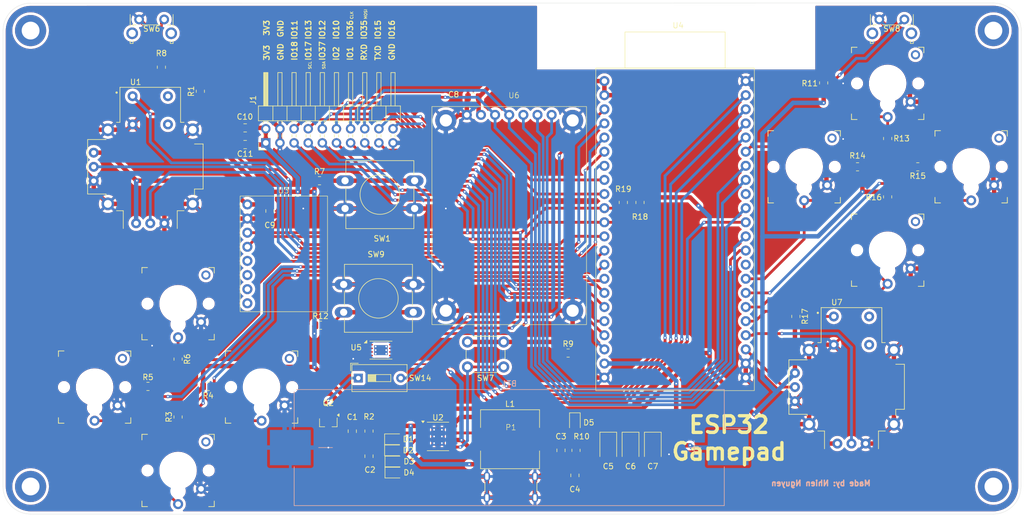
<source format=kicad_pcb>
(kicad_pcb (version 20240108) (generator "pcbnew") (generator_version "8.0")
  (layers (0 "F.Cu" signal) (31 "B.Cu" signal) (34 "B.Paste" user) (35 "F.Paste" user) (36 "B.SilkS" user "B.Silkscreen") (37 "F.SilkS" user "F.Silkscreen") (38 "B.Mask" user) (39 "F.Mask" user) (44 "Edge.Cuts" user))
  (net 0 "")
  (net 1 "/VBAT")
  (net 2 "GND")
  (net 3 "/VBUS")
  (net 4 "Net-(C2-Pad1)")
  (net 5 "Net-(C4-Pad1)")
  (net 6 "/5V")
  (net 7 "/3V3")
  (net 8 "Net-(D1-K)")
  (net 9 "Net-(D1-A)")
  (net 10 "Net-(D3-A)")
  (net 11 "/TXD")
  (net 12 "/IO2")
  (net 13 "/IO11")
  (net 14 "/RXD")
  (net 15 "/IO37")
  (net 16 "/IO10")
  (net 17 "/IO12")
  (net 18 "/IO16")
  (net 19 "/SCL")
  (net 20 "/IO1")
  (net 21 "/IO13")
  (net 22 "/MOSI")
  (net 23 "/IO15")
  (net 24 "/CLK")
  (net 25 "Net-(U2-SW)")
  (net 30 "/IO4")
  (net 31 "/IO14")
  (net 32 "/IO9")
  (net 33 "/IO46")
  (net 34 "/IO7")
  (net 35 "/IO3")
  (net 36 "/IO8")
  (net 37 "Net-(R9-Pad1)")
  (net 38 "Net-(R11-Pad2)")
  (net 39 "Net-(R12-Pad2)")
  (net 40 "/IO42")
  (net 41 "/IO45")
  (net 42 "/IO48")
  (net 43 "/IO47")
  (net 44 "/IO21")
  (net 45 "Net-(U2-KEY)")
  (net 46 "/IO6")
  (net 47 "/IO5")
  (net 52 "/IO38")
  (net 53 "/IO40")
  (net 55 "/IO19")
  (net 57 "/IO41")
  (net 58 "/IO20")
  (net 63 "/SDA")
  (net 64 "Net-(Q2-D)")
  (net 65 "Net-(SW14-B)")
  (footprint "MountingHole:MountingHole_3.2mm_M3_DIN965_Pad" (layer "F.Cu") (at 65.5 44)
    (property "Reference" "REF**" (hide yes))
    (property "Value" "MountingHole_3.2mm_M3_DIN965_Pad" (hide yes))
  )
  (footprint "Resistor_SMD:R_0805_2012Metric" (layer "F.Cu") (at 92 113.5 90)
    (property "Reference" "R3")
    (property "Value" "10K")
  )
  (footprint "Resistor_SMD:R_0805_2012Metric" (layer "F.Cu") (at 219.5 73.9125 90)
    (property "Reference" "R16")
    (property "Value" "10K")
  )
  (footprint "Resistor_SMD:R_0805_2012Metric" (layer "F.Cu") (at 92 103.0875 -90)
    (property "Reference" "R6")
    (property "Value" "10K")
  )
  (footprint "Resistor_SMD:R_0805_2012Metric" (layer "F.Cu") (at 117.4125 71)
    (property "Reference" "R7")
    (property "Value" "10K")
  )
  (footprint "Resistor_SMD:R_0805_2012Metric" (layer "F.Cu") (at 214.0875 68.5)
    (property "Reference" "R14")
    (property "Value" "10K")
  )
  (footprint "Button_Switch_THT:SW_Tactile_SPST_Angled_PTS645Vx31-2LFS" (layer "F.Cu") (at 85 42)
    (property "Reference" "SW6")
    (property "Value" "SW_Push")
  )
  (footprint "LED_SMD:LED_0805_2012Metric" (layer "F.Cu") (at 130.8 119.5)
    (property "Reference" "D2")
    (property "Value" "LED")
  )
  (footprint "Joystick:Joystick" (layer "F.Cu") (at 87 68.5)
    (property "Reference" "U1")
    (property "Value" "COM-09032")
  )
  (footprint "Resistor_SMD:R_0805_2012Metric" (layer "F.Cu") (at 172 74.9125 90)
    (property "Reference" "R19")
    (property "Value" "10K")
  )
  (footprint "Resistor_SMD:R_0805_2012Metric" (layer "F.Cu") (at 126.3 116.0375 -90)
    (property "Reference" "R2")
    (property "Value" "2R")
  )
  (footprint "Keyboard_Switches:SW_MX_LowProfile_Kailh_Choc_V1V2_THT_Hybrid" (layer "F.Cu") (at 234.5 68.5)
    (property "Reference" "SW12" (hide yes))
    (property "Value" "SW_Push" (hide yes))
  )
  (footprint "Keyboard_Switches:SW_MX_LowProfile_Kailh_Choc_V1V2_THT_Hybrid" (layer "F.Cu") (at 107 108.12)
    (property "Reference" "SW4" (hide yes))
    (property "Value" "SW_Push" (hide yes))
  )
  (footprint "Resistor_SMD:R_0805_2012Metric" (layer "F.Cu") (at 162.0875 102)
    (property "Reference" "R9")
    (property "Value" "10K")
  )
  (footprint "Capacitor_SMD:C_0805_2012Metric" (layer "F.Cu") (at 145.05 56 180)
    (property "Reference" "C8")
    (property "Value" "10uF")
  )
  (footprint "MountingHole:MountingHole_3.2mm_M3_DIN965_Pad" (layer "F.Cu") (at 238.5 44)
    (property "Reference" "REF**" (hide yes))
    (property "Value" "MountingHole_3.2mm_M3_DIN965_Pad" (hide yes))
  )
  (footprint "Keyboard_Switches:SW_MX_LowProfile_Kailh_Choc_V1V2_THT_Hybrid" (layer "F.Cu") (at 204.5 68.5)
    (property "Reference" "SW11" (hide yes))
    (property "Value" "SW_Push" (hide yes))
  )
  (footprint "LCD_TFT_ST7789:LCD_TFT_1.3_inches_ST7789" (layer "F.Cu") (at 137.61 57.66)
    (property "Reference" "U6")
    (property "Value" "~")
  )
  (footprint "Capacitor_SMD:C_0805_2012Metric" (layer "F.Cu") (at 126.3 120.55 -90)
    (property "Reference" "C2")
    (property "Value" "10uF")
  )
  (footprint "ESP32_S3_DevkitC1:ESP32_S3_DevkitC1" (layer "F.Cu") (at 168.6 53.08)
    (property "Reference" "U4")
    (property "Value" "~")
  )
  (footprint "Capacitor_SMD:C_0805_2012Metric" (layer "F.Cu") (at 104.05 61.5 180)
    (property "Reference" "C10")
    (property "Value" "10uF")
  )
  (footprint "Joystick:Joystick" (layer "F.Cu") (at 213 108.12)
    (property "Reference" "U7")
    (property "Value" "COM-09032")
  )
  (footprint "Resistor_SMD:R_0805_2012Metric" (layer "F.Cu") (at 219.5 63.4125 -90)
    (property "Reference" "R13")
    (property "Value" "10K")
  )
  (footprint "Keyboard_Switches:SW_MX_LowProfile_Kailh_Choc_V1V2_THT_Hybrid" (layer "F.Cu") (at 92 93.12)
    (property "Reference" "SW2" (hide yes))
    (property "Value" "SW_Push" (hide yes))
  )
  (footprint "Keyboard_Switches:SW_MX_LowProfile_Kailh_Choc_V1V2_THT_Hybrid" (layer "F.Cu") (at 219.5 53.5)
    (property "Reference" "SW10" (hide yes))
    (property "Value" "SW_Push" (hide yes))
  )
  (footprint "Capacitor_Tantalum_SMD:CP_EIA-3528-15_AVX-H_Pad1.50x2.35mm_HandSolder" (layer "F.Cu") (at 173.3 118.875 -90)
    (property "Reference" "C6")
    (property "Value" "22uF")
  )
  (footprint "Capacitor_SMD:C_0805_2012Metric" (layer "F.Cu") (at 160.8 119.5 -90)
    (property "Reference" "C3")
    (property "Value" "10uF")
  )
  (footprint "Keyboard_Switches:SW_MX_LowProfile_Kailh_Choc_V1V2_THT_Hybrid" (layer "F.Cu") (at 219.5 83.5)
    (property "Reference" "SW13" (hide yes))
    (property "Value" "SW_Push" (hide yes))
  )
  (footprint "Package_SO:SOIC-8-1EP_3.9x4.9mm_P1.27mm_EP2.41x3.3mm_ThermalVias" (layer "F.Cu") (at 138.7 117)
    (property "Reference" "U2")
    (property "Value" "IP5306")
  )
  (footprint "Resistor_SMD:R_0805_2012Metric" (layer "F.Cu") (at 117.5875 97)
    (property "Reference" "R12")
    (property "Value" "10K")
  )
  (footprint "MountingHole:MountingHole_3.2mm_M3_DIN965_Pad" (layer "F.Cu") (at 65.5 126)
    (property "Reference" "REF**" (hide yes))
    (property "Value" "MountingHole_3.2mm_M3_DIN965_Pad" (hide yes))
  )
  (footprint "Button_Switch_THT:SW_PUSH-12mm" (layer "F.Cu") (at 121.75 89.66)
    (property "Reference" "SW9")
    (property "Value" "SW_Push")
  )
  (footprint "Resistor_SMD:R_0805_2012Metric" (layer "F.Cu") (at 97.4125 108 180)
    (property "Reference" "R4")
    (property "Value" "10K")
  )
  (footprint "Keyboard_Switches:SW_MX_LowProfile_Kailh_Choc_V1V2_THT_Hybrid" (layer "F.Cu") (at 92 123.12)
    (property "Reference" "SW5" (hide yes))
    (property "Value" "SW_Push" (hide yes))
  )
  (footprint "Connector_PinHeader_2.54mm:PinHeader_2x10_P2.54mm_Horizontal" (layer "F.Cu") (at 107.76 64.2 90)
    (property "Reference" "J1")
    (property "Value" "2.54mm")
  )
  (footprint "Button_Switch_THT:SW_Tactile_SPST_Angled_PTS645Vx31-2LFS" (layer "F.Cu") (at 218 42)
    (property "Reference" "SW8")
    (property "Value" "SW_Push")
  )
  (footprint "IMU:MPU6050" (layer "F.Cu") (at 104.45 75.27)
    (property "Reference" "U3")
    (property "Value" "~")
  )
  (footprint "LED_SMD:LED_0805_2012Metric" (layer "F.Cu") (at 130.8625 123.5)
    (property "Reference" "D4")
    (property "Value" "LED")
  )
  (footprint "Package_TO_SOT_SMD:SOT-23_Handsoldering" (layer "F.Cu") (at 119 114.5 -90)
    (property "Reference" "Q2")
    (property "Value" "SI2300")
  )
  (footprint "LED_SMD:LED_0805_2012Metric" (layer "F.Cu") (at 130.8 117.5)
    (property "Reference" "D1")
    (property "Value" "LED")
  )
  (footprint "Resistor_SMD:R_0805_2012Metric" (layer "F.Cu") (at 224.9125 68.5 180)
    (property "Reference" "R15")
    (property "Value" "10K")
  )
  (footprint "Inductor_SMD:L_10.4x10.4_H4.8" (layer "F.Cu") (at 151.65 117.5)
    (property "Reference" "L1")
    (property "Value" "2R2")
  )
  (footprint "Capacitor_SMD:C_0805_2012Metric" (layer "F.Cu") (at 123.3 116.05 -90)
    (property "Reference" "C1")
    (property "Value" "10uF")
  )
  (footprint "Resistor_SMD:R_0805_2012Metric" (layer "F.Cu") (at 208 53.4125 90)
    (property "Reference" "R11")
    (property "Value" "10K")
  )
  (footprint "Capacitor_Tantalum_SMD:CP_EIA-3528-15_AVX-H_Pad1.50x2.35mm_HandSolder" (layer "F.Cu") (at 169.3 118.875 -90)
    (property "Reference" "C5")
    (property "Value" "22uF")
  )
  (footprint "Resistor_SMD:R_0805_2012Metric" (layer "F.Cu") (at 96 54.9125 90)
    (property "Reference" "R1")
    (property "Value" "10K")
  )
  (footprint "Capacitor_SMD:C_0805_2012Metric" (layer "F.Cu") (at 163.3 124 -90)
    (property "Reference" "C4")
    (property "Value" "10uF")
  )
  (footprint "USB_Type_C:USB_Type_C_6P" (layer "F.Cu") (at 151.8 124.12)
    (property "Reference" "P1")
    (property "Value" "USB_C_Plug_USB2.0")
  )
  (footprint "Resistor_SMD:R_0805_2012Metric" (layer "F.Cu") (at 86.5875 108)
    (property "Reference" "R5")
    (property "Value" "10K")
  )
  (footprint "Capacitor_SMD:C_0805_2012Metric" (layer "F.Cu") (at 108.5 76.45 90)
    (property "Reference" "C9")
    (property "Value" "10uF")
  )
  (footprint "Resistor_SMD:R_0805_2012Metric" (layer "F.Cu") (at 163.5 119.5 -90)
    (property "Reference" "R10")
    (property "Value" "2R")
  )
  (footprint "Button_Switch_THT:SW_PUSH-12mm" (layer "F.Cu") (at 134.5 76 180)
    (property "Reference" "SW1")
    (property "Value" "SW_Push")
  )
  (footprint "Button_Switch_THT:SW_DIP_SPSTx01_Slide_9.78x4.72mm_W7.62mm_P2.54mm" (layer "F.Cu") (at 124.38 106.5)
    (property "Reference" "SW14")
    (property "Value" "DIP")
  )
  (footprint "Package_DFN_QFN:WDFN-8-1EP_4x3mm_P0.65mm_EP2.4x1.8mm_ThermalVias" (layer "F.Cu") (at 128.45 101.475)
    (property "Reference" "U5")
    (property "Value" "LC709203FQH-02TWG")
  )
  (footprint "Button_Switch_THT:SW_PUSH_6mm" (layer "F.Cu") (at 150.5 104.5 180)
    (property "Reference" "SW7")
    (property "Value" "SW_Push")
  )
  (footprint "MountingHole:MountingHole_3.2mm_M3_DIN965_Pad" (layer "F.Cu") (at 238.5 126)
    (property "Reference" "REF**" (hide yes))
    (property "Value" "MountingHole_3.2mm_M3_DIN965_Pad" (hide yes))
  )
  (footprint "LED_SMD:LED_0805_2012Metric" (layer "F.Cu") (at 130.8625 121.5)
    (property "Reference" "D3")
    (property "Value" "LED")
  )
  (footprint "Capacitor_SMD:C_0805_2012Metric" (layer "F.Cu") (at 104.05 64.5 180)
    (property "Reference" "C11")
    (property "Value" "10uF")
  )
  (footprint "Resistor_SMD:R_0805_2012Metric" (layer "F.Cu") (at 89 50.5875 90)
    (property "Reference" "R8")
    (property "Value" "10K")
  )
  (footprint "Resistor_SMD:R_0805_2012Metric" (layer "F.Cu") (at 175 74.9125 90)
    (property "Reference" "R18")
    (property "Value" "10K")
  )
  (footprint "LED_SMD:LED_0805_2012Metric" (layer "F.Cu") (at 163.3 114.4375 -90)
    (property "Reference" "D5")
    (property "Value" "LED")
  )
  (footprint "Capacitor_Tantalum_SMD:CP_EIA-3528-15_AVX-H_Pad1.50x2.35mm_HandSolder" (layer "F.Cu") (at 177.3 118.875 -90)
    (property "Reference" "C7")
    (property "Value" "22uF")
  )
  (footprint "Keyboard_Switches:SW_MX_LowProfile_Kailh_Choc_V1V2_THT_Hybrid" (layer "F.Cu") (at 77 108.12)
    (property "Reference" "SW3" (hide yes))
    (property "Value" "SW_Push" (hide yes))
  )
  (footprint "Resistor_SMD:R_0805_2012Metric" (layer "F.Cu") (at 203 95.4125 -90)
    (property "Reference" "R17")
    (property "Value" "10K")
  )
  (footprint "Battery:BatteryHolder_Keystone_1042_1x18650" (layer "B.Cu") (at 151.5 119 180)
    (property "Reference" "BT1")
    (property "Value" "Battery_Cell")
  )
  (gr_arc (start 60.535534 44.058034) (mid 61.999999 40.522499) (end 65.535534 39.058034) (stroke (width 0.05)) (layer "Edge.Cuts"))
  (gr_line (start 60.535534 125.964466) (end 60.535534 44.058034) (stroke (width 0.05)) (layer "Edge.Cuts"))
  (gr_line (start 238.464466 130.964466) (end 65.535534 130.964466) (stroke (width 0.05)) (layer "Edge.Cuts"))
  (gr_line (start 243.5 44.035544) (end 243.464466 125.964466) (stroke (width 0.05)) (layer "Edge.Cuts"))
  (gr_arc (start 238.5 39.035544) (mid 242.035544 40.5) (end 243.5 44.035544) (stroke (width 0.05)) (layer "Edge.Cuts"))
  (gr_arc (start 65.535534 130.964466) (mid 61.99999 129.50001) (end 60.535534 125.964466) (stroke (width 0.05)) (layer "Edge.Cuts"))
  (gr_arc (start 243.464466 125.964466) (mid 242.00001 129.50001) (end 238.464466 130.964466) (stroke (width 0.05)) (layer "Edge.Cuts"))
  (gr_line (start 65.535534 39.058034) (end 238.5 39.035544) (stroke (width 0.05)) (layer "Edge.Cuts"))
  (gr_text "Made by: Nhien Nguyen" (at 207.5 126 -0) (layer "B.SilkS") (effects (font (size 1 1) (thickness 0.25) (bold yes)) (justify bottom mirror)))
  (gr_text "SCL" (at 116 51 90) (layer "F.SilkS") (effects (font (size 0.5 0.5) (thickness 0.1)) (justify left bottom)))
  (gr_text "GND" (at 111 49.5 90) (layer "F.SilkS") (effects (font (size 1 1) (thickness 0.2) (bold yes)) (justify left bottom)))
  (gr_text "ESP32\nGamepad" (at 191 121.5 0) (layer "F.SilkS") (effects (font (size 3 3) (thickness 0.6) (bold yes)) (justify bottom)))
  (gr_text "IO36" (at 123.5 42 90) (layer "F.SilkS") (effects (font (size 1 1) (thickness 0.2) (bold yes)) (justify right bottom)))
  (gr_text "IO12" (at 118.5 42 90) (layer "F.SilkS") (effects (font (size 1 1) (thickness 0.2) (bold yes)) (justify right bottom)))
  (gr_text "IO2" (at 121 49.5 90) (layer "F.SilkS") (effects (font (size 1 1) (thickness 0.2) (bold yes)) (justify left bottom)))
  (gr_text "GND" (at 131 49.5 90) (layer "F.SilkS") (effects (font (size 1 1) (thickness 0.2) (bold yes)) (justify left bottom)))
  (gr_text "3V3" (at 108.5 42 90) (layer "F.SilkS") (effects (font (size 1 1) (thickness 0.2) (bold yes)) (justify right bottom)))
  (gr_text "CLK" (at 123.5 42 90) (layer "F.SilkS") (effects (font (size 0.5 0.5) (thickness 0.1)) (justify left bottom)))
  (gr_text "IO35" (at 126 42 90) (layer "F.SilkS") (effects (font (size 1 1) (thickness 0.2) (bold yes)) (justify right bottom)))
  (gr_text "IO15" (at 128.5 42 90) (layer "F.SilkS") (effects (font (size 1 1) (thickness 0.2) (bold yes)) (justify right bottom)))
  (gr_text "GND" (at 111 42 90) (layer "F.SilkS") (effects (font (size 1 1) (thickness 0.2) (bold yes)) (justify right bottom)))
  (gr_text "IO17" (at 116 49.5 90) (layer "F.SilkS") (effects (font (size 1 1) (thickness 0.2) (bold yes)) (justify left bottom)))
  (gr_text "TXD" (at 128.5 49.5 90) (layer "F.SilkS") (effects (font (size 1 1) (thickness 0.2) (bold yes)) (justify left bottom)))
  (gr_text "IO18" (at 113.5 49.5 90) (layer "F.SilkS") (effects (font (size 1 1) (thickness 0.2) (bold yes)) (justify left bottom)))
  (gr_text "RXD" (at 126 49.5 90) (layer "F.SilkS") (effects (font (size 1 1) (thickness 0.2) (bold yes)) (justify left bottom)))
  (gr_text "IO37" (at 118.5 49.5 90) (layer "F.SilkS") (effects (font (size 1 1) (thickness 0.2) (bold yes)) (justify left bottom)))
  (gr_text "MOSI" (at 126 42 90) (layer "F.SilkS") (effects (font (size 0.5 0.5) (thickness 0.1)) (justify left bottom)))
  (gr_text "IO16" (at 131 42 90) (layer "F.SilkS") (effects (font (size 1 1) (thickness 0.2) (bold yes)) (justify right bottom)))
  (gr_text "IO10" (at 121 42 90) (layer "F.SilkS") (effects (font (size 1 1) (thickness 0.2) (bold yes)) (justify right bottom)))
  (gr_text "IO13" (at 116 42 90) (layer "F.SilkS") (effects (font (size 1 1) (thickness 0.2) (bold yes)) (justify right bottom)))
  (gr_text "IO1" (at 123.5 49.5 90) (layer "F.SilkS") (effects (font (size 1 1) (thickness 0.2) (bold yes)) (justify left bottom)))
  (gr_text "IO11" (at 113.5 42 90) (layer "F.SilkS") (effects (font (size 1 1) (thickness 0.2) (bold yes)) (justify right bottom)))
  (gr_text "3V3" (at 108.5 49.5 90) (layer "F.SilkS") (effects (font (size 1 1) (thickness 0.2) (bold yes)) (justify left bottom)))
  (gr_text "SDA" (at 118.5 51 90) (layer "F.SilkS") (effects (font (size 0.5 0.5) (thickness 0.1)) (justify left bottom)))
  (segment (start 168.01599 118.6) (end 168.00349 118.5875) (width 0.8) (layer "F.Cu") (net 1))
  (segment (start 168.00349 118.5875) (end 163.5 118.5875) (width 0.8) (layer "F.Cu") (net 1))
  (segment (start 126.55 101.8) (end 126.100001 101.8) (width 0.3) (layer "F.Cu") (net 1))
  (segment (start 156.8 118.5) (end 160.75 118.5) (width 0.8) (layer "F.Cu") (net 1))
  (segment (start 163.5 118.5875) (end 163.5 115.575) (width 0.8) (layer "F.Cu") (net 1))
  (segment (start 141.175 117.635) (end 142.935 117.635) (width 0.8) (layer "F.Cu") (net 1))
  (segment (start 126.5 104) (end 139.5 104) (width 0.3) (layer "F.Cu") (net 1))
  (segment (start 125.5 103) (end 126.5 104) (width 0.3) (layer "F.Cu") (net 1))
  (segment (start 126.100001 101.8) (end 125.5 102.400001) (width 0.3) (layer "F.Cu") (net 1))
  (segment (start 152.8 120.5) (end 155.8 117.5) (width 0.8) (layer "F.Cu") (net 1))
  (segment (start 125.5 102.400001) (end 125.5 103) (width 0.3) (layer "F.Cu") (net 1))
  (segment (start 163.4625 118.55) (end 163.5 118.5875) (width 0.8) (layer "F.Cu") (net 1))
  (segment (start 160.8 118.55) (end 163.4625 118.55) (width 0.8) (layer "F.Cu") (net 1))
  (segment (start 142.935 117.635) (end 145.8 120.5) (width 0.8) (layer "F.Cu") (net 1))
  (segment (start 145.8 120.5) (end 152.8 120.5) (width 0.8) (layer "F.Cu") (net 1))
  (segment (start 163.125 115.375) (end 163.3 115.375) (width 0.8) (layer "F.Cu") (net 1))
  (segment (start 155.8 117.5) (end 156.8 118.5) (width 0.8) (layer "F.Cu") (net 1))
  (segment (start 184 118.6) (end 168.01599 118.6) (width 0.8) (layer "F.Cu") (net 1))
  (segment (start 139.5 104) (end 141 105.5) (width 0.3) (layer "F.Cu") (net 1))
  (segment (start 163.5 115.575) (end 163.3 115.375) (width 0.8) (layer "F.Cu") (net 1))
  (via (at 142.924669 117.624669) (size 0.6) (drill 0.3) (layers "F.Cu" "B.Cu") (net 1))
  (via (at 184 118.6) (size 0.6) (drill 0.3) (layers "F.Cu" "B.Cu") (net 1))
  (via (at 141 105.5) (size 0.6) (drill 0.3) (layers "F.Cu" "B.Cu") (net 1))
  (segment (start 184.4 119) (end 190.83 119) (width 0.8) (layer "B.Cu") (net 1))
  (segment (start 142.924669 107.424669) (end 141 105.5) (width 0.8) (layer "B.Cu") (net 1))
  (segment (start 184 118.6) (end 184.4 119) (width 0.8) (layer "B.Cu") (net 1))
  (segment (start 142.924669 117.624669) (end 142.924669 107.424669) (width 0.8) (layer "B.Cu") (net 1))
  (segment (start 144.1 59.38) (end 143.88 59.16) (width 0.8) (layer "F.Cu") (net 2))
  (segment (start 158.75 124.95) (end 163.3 124.95) (width 0.8) (layer "F.Cu") (net 2))
  (segment (start 218.874999 46.125001) (end 218.874999 42.874999) (width 0.8) (layer "F.Cu") (net 2))
  (segment (start 138.7 124.1) (end 138.7 117) (width 0.8) (layer "F.Cu") (net 2))
  (segment (start 79.38 61.8325) (end 82.8725 61.8325) (width 0.8) (layer "F.Cu") (net 2))
  (segment (start 156.12 124.2) (end 154.63 124.2) (width 0.8) (layer "F.Cu") (net 2))
  (segment (start 205.38 101.4525) (end 205.38 108.12) (width 0.8) (layer "F.Cu") (net 2))
  (segment (start 205.38 113.2) (end 205.38 114.7875) (width 0.8) (layer "F.Cu") (net 2))
  (segment (start 126 100.5) (end 123.475 103.025) (width 0.5) (layer "F.Cu") (net 2))
  (segment (start 143.88 56.22) (end 144.1 56) (width 0.8) (layer "F.Cu") (net 2))
  (segment (start 163 102) (end 163 102.16) (width 0.8) (layer "F.Cu") (net 2))
  (segment (start 110.8 76) (end 114.5 76) (width 0.8) (layer "F.Cu") (net 2))
  (segment (start 202.84 110.66) (end 205.38 113.2) (width 0.8) (layer "F.Cu") (net 2))
  (segment (start 84.5 95.5) (end 87.33 98.33) (width 0.8) (layer "F.Cu") (net 2))
  (segment (start 129.3 127.5) (end 135.3 127.5) (width 0.8) (layer "F.Cu") (net 2))
  (segment (start 211.825 102.5) (end 219.5725 102.5) (width 0.8) (layer "F.Cu") (net 2))
  (segment (start 229.8 56.8) (end 223.63 56.8) (width 0.8) (layer "F.Cu") (net 2))
  (segment (start 76.84 71.04) (end 76.54 71.04) (width 0.8) (layer "F.Cu") (net 2))
  (segment (start 89.54 78.66) (end 89.54 85.46) (width 0.8) (layer "F.Cu") (net 2))
  (segment (start 164.975 124.95) (end 164.975 124.825) (width 0.8) (layer "F.Cu") (net 2))
  (segment (start 217.1275 118.28) (end 220.62 114.7875) (width 0.8) (layer "F.Cu") (net 2))
  (segment (start 223.4991 50.749102) (end 223.4991 56.6691) (width 0.8) (layer "F.Cu") (net 2))
  (segment (start 208.4991 67.0009) (end 208.4991 71.6691) (width 0.8) (layer "F.Cu") (net 2))
  (segment (start 147.48 124.2) (end 147.48 128) (width 0.8) (layer "F.Cu") (net 2))
  (segment (start 177.3 120.5) (end 179.92 120.5) (width 0.8) (layer "F.Cu") (net 2))
  (segment (start 97.31 77.81) (end 104.45 77.81) (width 0.8) (layer "F.Cu") (net 2))
  (segment (start 223.5 98.5725) (end 223.5 98) (width 0.8) (layer "F.Cu") (net 2))
  (segment (start 123.8 121.5) (end 126.3 121.5) (width 0.8) (layer "F.Cu") (net 2))
  (segment (start 173.3 120.5) (end 177.3 120.5) (width 0.8) (layer "F.Cu") (net 2))
  (segment (start 164.975 124.825) (end 169.3 120.5) (width 0.8) (layer "F.Cu") (net 2))
  (segment (start 163 102) (end 163 100) (width 0.8) (layer "F.Cu") (net 2))
  (segment (start 122 76) (end 134.5 76) (width 0.8) (layer "F.Cu") (net 2))
  (segment (start 220.62 101.4525) (end 223.5 98.5725) (width 0.8) (layer "F.Cu") (net 2))
  (segment (start 103.1 61.5) (end 103.1 60.9) (width 0.8) (layer "F.Cu") (net 2))
  (segment (start 154.63 124.2) (end 154.55 124.12) (width 0.8) (layer "F.Cu") (net 2))
  (segment (start 238.4991 71.6691) (end 238.4991 65.4991) (width 0.8) (layer "F.Cu") (net 2))
  (segment (start 211.5 64) (end 211.5 63.5) (width 0.8) (layer "F.Cu") (net 2))
  (segment (start 109.4 77.4) (end 110.8 76) (width 0.8) (layer "F.Cu") (net 2))
  (segment (start 134.25 76.25) (end 134.5 76) (width 0.8) (layer "F.Cu") (net 2))
  (segment (start 143.88 59.16) (end 143.88 56.22) (width 0.8) (layer "F.Cu") (net 2))
  (segment (start 238.63 75.37) (end 238.63 71.8) (width 0.8) (layer "F.Cu") (net 2))
  (segment (start 163 100) (end 162.89 99.89) (width 0.8) (layer "F.Cu") (net 2))
  (segment (start 163.3 124.95) (end 164.975 124.95) (width 0.8) (layer "F.Cu") (net 2))
  (segment (start 141.34 60.16) (end 142.34 59.16) (width 0.8) (layer "F.Cu") (net 2))
  (segment (start 89.54 78.66) (end 89.54 75.2075) (width 0.8) (layer "F.Cu") (net 2))
  (segment (start 77.04 71.04) (end 74 68) (width 0.8) (layer "F.Cu") (net 2))
  (segment (start 121.3 119) (end 123.8 121.5) (width 0.8) (layer "F.Cu") (net 2))
  (segment (start 211.5 53.5) (end 218.874999 46.125001) (width 0.8) (layer "F.Cu") (net 2))
  (segment (start 194 106.5) (end 202.2875 114.7875) (width 0.8) (layer "F.Cu") (net 2))
  (segment (start 142.34 59.16) (end 143.88 59.16) (width 0.8) (layer "F.Cu") (net 2))
  (segment (start 194 103.88) (end 194 106.42) (width 0.8) (layer "F.Cu") (net 2))
  (segment (start 208.4991 71.6691) (end 208.63 71.8) (width 0.8) (layer "F.Cu") (net 2))
  (segment (start 103.1 60.9) (end 104.5 59.5) (width 0.8) (layer "F.Cu") (net 2))
  (segment (start 202.2875 114.7875) (end 205.38 114.7875) (width 0.8) (layer "F.Cu") (net 2))
  (segment (start 158 124.2) (end 158.75 124.95) (width 0.8) (layer "F.Cu") (net 2))
  (segment (start 138.7 124.1) (end 139.7 124.1) (width 0.8) (layer "F.Cu") (net 2))
  (segment (start 238.4991 65.4991) (end 229.8 56.8) (width 0.8) (layer "F.Cu") (net 2))
  (segment (start 162.89 101.89) (end 163 102) (width 0.8) (layer "F.Cu") (net 2))
  (segment (start 220.62 114.7875) (end 220.62 101.4525) (width 0.8) (layer "F.Cu") (net 2))
  (segment (start 126.3 124.5) (end 129.3 127.5) (width 0.8) (layer "F.Cu") (net 2))
  (segment (start 73.5 65.5) (end 77.1675 61.8325) (width 0.8) (layer "F.Cu") (net 2))
  (segment (start 103.1 64.53401) (end 103.1 64.5) (width 0.8) (layer "F.Cu") (net 2))
  (segment (start 169.3 120.5) (end 173.3 120.5) (width 0.8) (layer "F.Cu") (net 2))
  (segment (start 140.11 60.16) (end 141.34 60.16) (width 0.8) (layer "F.Cu") (net 2))
  (segment (start 147.48 128) (end 156.12 128) (width 0.8) (layer "F.Cu") (net 2))
  (segment (start 227.2 86.8) (end 238.63 75.37) (width 0.8) (layer "F.Cu") (net 2))
  (segment (start 108.702081 67) (end 105.56599 67) (width 0.8) (layer "F.Cu") (net 2))
  (segment (start 82.8725 61.8325) (end 83.825 60.88) (width 0.8) (layer "F.Cu") (net 2))
  (segment (start 215.54 118.28) (end 217.1275 118.28) (width 0.8) (layer "F.Cu") (net 2))
  (segment (start 223.5 98) (end 223.63 97.87) (width 0.8) (layer "F.Cu") (net 2))
  (segment (start 157.05 124.2) (end 160.8 120.45) (width 0.8) (layer "F.Cu") (net 2))
  (segment (start 126.55 100.5) (end 126 100.5) (width 0.5) (layer "F.Cu") (net 2))
  (segment (start 121.3 119) (end 123.3 117) (width 0.8) (layer "F.Cu") (net 2))
  (segment (start 205.38 108.12) (end 202.84 110.66) (width 0.8) (layer "F.Cu") (net 2))
  (segment (start 86.5 58.205) (end 83.825 60.88) (width 0.8) (layer "F.Cu") (net 2))
  (segment (start 104.45 77.81) (end 108.09 77.81) (width 0.8) (layer "F.Cu") (net 2))
  (segment (start 114.5 76) (end 122 76) (width 0.8) (layer "F.Cu") (net 2))
  (segment (start 84.5 90.5) (end 84.5 95.5) (width 0.8) (layer "F.Cu") (net 2))
  (segment (start 209.825 100.5) (end 206.3325 100.5) (width 0.8) (layer "F.Cu") (net 2))
  (segment (start 223.63 86.8) (end 227.2 86.8) (width 0.8) (layer "F.Cu") (net 2))
  (segment (start 206.3325 100.5) (end 205.38 101.4525) (width 0.8) (layer "F.Cu") (net 2))
  (segment (start 94.62 75.1675) (end 89.5 75.1675) (width 0.8) (layer "F.Cu") (net 2))
  (segment (start 126.3 121.5) (end 126.3 124.5) (width 0.8) (layer "F.Cu") (net 2))
  (segment (start 238.63 71.8) (end 238.4991 71.6691) (width 0.8) (layer "F.Cu") (net 2))
  (segment (start 110.3 65.402081) (end 108.702081 67) (width 0.8) (layer "F.Cu") (net 2))
  (segment (start 87.33 98.33) (end 87.33 100.67) (width 0.8) (layer "F.Cu") (net 2))
  (segment (start 121.75 89.66) (end 134.25 89.66) (width 0.8) (layer "F.Cu") (net 2))
  (segment (start 86.5 58.205) (end 86.5 43.5) (width 0.8) (layer "F.Cu") (net 2))
  (segment (start 156.12 128) (end 156.12 124.2) (width 0.8) (layer "F.Cu") (net 2))
  (segment (start 135.3 127.5) (end 138.7 124.1) (width 0.8) (layer "F.Cu") (net 2))
  (segment (start 167.26 106.42) (end 168.6 106.42) (width 0.8) (layer "F.Cu") (net 2))
  (segment (start 76.84 72.6275) (end 79.38 75.1675) (width 0.8) (layer "F.Cu") (net 2))
  (segment (start 104.5 59.5) (end 108.14 59.5) (width 0.8) (layer "F.Cu") (net 2))
  (segment (start 119 119) (end 121.3 119) (width 0.8) (layer "F.Cu") (net 2))
  (segment (start 86.5 43.5) (end 85 42) (width 0.8) (layer "F.Cu") (net 2))
  (segment (start 89.5 75.1675) (end 79.38 75.1675) (width 0.8) (layer "F.Cu") (net 2))
  (segment (start 108.14 59.5) (end 110.3 61.66) (width 0.8) (layer "F.Cu") (net 2))
  (segment (start 179.92 120.5) (end 180.21 120.21) (width 0.8) (layer "F.Cu") (net 2))
  (segment (start 108.09 77.81) (end 108.5 77.4) (width 0.8) (layer "F.Cu") (net 2))
  (segment (start 77.1675 61.8325) (end 79.38 61.8325) (width 0.8) (layer "F.Cu") (net 2))
  (segment (start 223.63 97.87) (end 223.63 86.8) (width 0.8) (layer "F.Cu") (net 2))
  (segment (start 163 102.16) (end 167.26 106.42) (width 0.8) (layer "F.Cu") (net 2))
  (segment (start 94.62 75.1675) (end 94.6675 75.1675) (width 0.8) (layer "F.Cu") (net 2))
  (segment (start 126.55 101.15) (end 126.55 100.5) (width 0.3) (layer "F.Cu") (net 2))
  (segment (start 157.05 124.2) (end 158 124.2) (width 0.8) (layer "F.Cu") (net 2))
  (segment (start 89.54 85.46) (end 84.5 90.5) (width 0.8) (layer "F.Cu") (net 2))
  (segment (start 83.825 60.88) (end 85.9205 62.9755) (width 0.8) (layer "F.Cu") (net 2))
  (segment (start 74 68) (end 74 65.5) (width 0.8) (layer "F.Cu") (net 2))
  (segment (start 139.7 124.1) (end 139.8 124.2) (width 0.8) (layer "F.Cu") (net 2))
  (segment (start 223.4991 56.6691) (end 223.63 56.8) (width 0.8) (layer "F.Cu") (net 2))
  (segment (start 208.4991 67.0009) (end 211.5 64) (width 0.8) (layer "F.Cu") (net 2))
  (segment (start 119 116) (end 119 119) (width 0.8) (layer "F.Cu") (net 2))
  (segment (start 110.3 64.2) (end 110.3 61.66) (width 0.8) (layer "F.Cu") (net 2))
  (segment (start 194 106.42) (end 194 106.5) (width 0.8) (layer "F.Cu") (net 2))
  (segment (start 134.5 76) (end 140.11 76) (width 0.8) (layer "F.Cu") (net 2))
  (segment (start 110.3 65.402081) (end 110.3 64.2) (width 0.8) (layer "F.Cu") (net 2))
  (segment (start 76.84 71.04) (end 76.84 72.6275) (width 0.8) (layer "F.Cu") (net 2))
  (segment (start 219.5725 102.5) (end 220.62 101.4525) (width 0.8) (layer "F.Cu") (net 2))
  (segment (start 140.11 94.38) (end 162.89 94.38) (width 0.8) (layer "F.Cu") (net 2))
  (segment (start 218.874999 42.874999) (end 218 42) (width 0.8) (layer "F.Cu") (net 2))
  (segment (start 218.874999 46.125001) (end 223.4991 50.749102) (width 0.8) (layer "F.Cu") (net 2))
  (segment (start 94.6675 75.1675) (end 97.31 77.81) (width 0.8) (layer "F.Cu") (net 2))
  (segment (start 162.89 99.89) (end 162.89 94.38) (width 0.8) (layer "F.Cu") (net 2))
  (segment (start 93.477 62.9755) (end 94.62 61.8325) (width 0.8) (layer "F.Cu") (net 2))
  (segment (start 108.5 77.4) (end 109.4 77.4) (width 0.8) (layer "F.Cu") (net 2))
  (segment (start 85.9205 62.9755) (end 93.477 62.9755) (width 0.8) (layer "F.Cu") (net 2))
  (segment (start 89.54 75.2075) (end 89.5 75.1675) (width 0.8) (layer "F.Cu") (net 2))
  (segment (start 156.12 124.2) (end 157.05 124.2) (width 0.8) (layer "F.Cu") (net 2))
  (segment (start 209.825 100.5) (end 211.825 102.5) (width 0.8) (layer "F.Cu") (net 2))
  (segment (start 139.8 124.2) (end 147.48 124.2) (width 0.8) (layer "F.Cu") (net 2))
  (segment (start 105.56599 67) (end 103.1 64.53401) (width 0.8) (layer "F.Cu") (net 2))
  (via (at 114.5 76) (size 0.6) (drill 0.3) (layers "F.Cu" "B.Cu") (net 2))
  (via (at 87.33 100.67) (size 0.6) (drill 0.3) (layers "F.Cu" "B.Cu") (net 2))
  (via (at 180.21 120.21) (size 0.6) (drill 0.3) (layers "F.Cu" "B.Cu") (net 2))
  (via (at 140.11 76) (size 0.6) (drill 0.3) (layers "F.Cu" "B.Cu") (net 2))
  (via (at 211.5 53.5) (size 0.6) (drill 0.3) (layers "F.Cu" "B.Cu") (net 2))
  (via (at 110.3 65.402081) (size 0.6) (drill 0.3) (layers "F.Cu" "B.Cu") (net 2))
  (via (at 123.475 103.025) (size 0.6) (drill 0.3) (layers "F.Cu" "B.Cu") (net 2))
  (via (at 119 119) (size 0.6) (drill 0.3) (layers "F.Cu" "B.Cu") (net 2))
  (via (at 211.5 63.5) (size 0.6) (drill 0.3) (layers "F.Cu" "B.Cu") (net 2))
  (segment (start 211.5 63.5) (end 211.5 53.5) (width 0.8) (layer "B.Cu") (net 2))
  (segment (start 139.91 64.2) (end 140.11 64) (width 0.8) (layer "B.Cu") (net 2))
  (segment (start 163 94.49) (end 162.89 94.38) (width 0.8) (layer "B.Cu") (net 2))
  (segment (start 140.11 60.16) (end 140.11 64) (width 0.8) (layer "B.Cu") (net 2))
  (segment (start 106.5 119) (end 112.17 119) (width 0.8) (layer "B.Cu") (net 2))
  (segment (start 95.9991 126.2891) (end 96.13 126.42) (width 0.8) (layer "B.Cu") (net 2))
  (segment (start 86.5 116.5) (end 91.5 116.5) (width 0.8) (layer "B.Cu") (net 2))
  (segment (start 95.9991 120.9991) (end 95.9991 126.2891) (width 0.8) (layer "B.Cu") (net 2))
  (segment (start 111.13 117.96) (end 112.17 119) (width 0.8) (layer "B.Cu") (net 2))
  (segment (start 81.13 111.42) (end 81.13 111.63) (width 0.8) (layer "B.Cu") (net 2))
  (segment (start 111.13 111.42) (end 111.13 117.96) (width 0.8) (layer "B.Cu") (net 2))
  (segment (start 180.21 120.21) (end 194 106.42) (width 0.8) (layer "B.Cu") (net 2))
  (segment (start 134.5 89.41) (end 134.25 89.66) (width 0.8) (layer "B.Cu") (net 2))
  (segment (start 80.9991 107.0009) (end 87.33 100.67) (width 0.8) (layer "B.Cu") (net 2))
  (segment (start 80.9991 111.2891) (end 80.9991 107.0009) (width 0.8) (layer "B.Cu") (net 2))
  (segment (start 114.5 76) (end 114.5 70.085786) (width 0.8) (layer "B.Cu") (net 2))
  (segment (start 93.33 100.67) (end 96.13 97.87) (width 0.8) (layer "B.Cu") (net 2))
  (segment (start 81.13 111.42) (end 80.9991 111.2891) (width 0.8) (layer "B.Cu") (net 2))
  (segment (start 140.11 64) (end 140.11 76) (width 0.8) (layer "B.Cu") (net 2))
  (segment (start 140.11 76) (end 140.11 94.38) (width 0.8) (layer "B.Cu") (net 2))
  (segment (start 194.42 53.5) (end 194 53.08) (width 0.8) (layer "B.Cu") (net 2))
  (segment (start 134.5 76) (end 134.5 89.41) (width 0.8) (layer "B.Cu") (net 2))
  (segment (start 91.5 116.5) (end 95.9991 120.9991) (width 0.8) (layer "B.Cu") (net 2))
  (segment (start 96.13 126.42) (end 99.08 126.42) (width 0.8) (layer "B.Cu") (net 2))
  (segment (start 112.17 119) (end 119 119) (width 0.8) (layer "B.Cu") (net 2))
  (segment (start 81.42 111.42) (end 86.5 116.5) (width 0.8) (layer "B.Cu") (net 2))
  (segment (start 162.89 94.38) (end 162.89 60.16) (width 0.8) (layer "B.Cu") (net 2))
  (segment (start 211.5 53.5) (end 194.42 53.5) (width 0.8) (layer "B.Cu") (net 2))
  (segment (start 81.13 111.42) (end 81.42 111.42) (width 0.8) (layer "B.Cu") (net 2))
  (segment (start 130.62 64.2) (end 139.91 64.2) (width 0.8) (layer "B.Cu") (net 2))
  (segment (start 111.13 111.42) (end 115.08 111.42) (width 0.8) (layer "B.Cu") (net 2))
  (segment (start 96.13 97.87) (end 96.13 96.42) (width 0.8) (layer "B.Cu") (net 2))
  (segment (start 110.3 65.3) (end 110.3 64.2) (width 0.8) (layer "B.Cu") (net 2))
  (segment (start 168.52 106.5) (end 168.6 106.42) (width 0.8) (layer "B.Cu") (net 2))
  (segment (start 87.33 100.67) (end 93.33 100.67) (width 0.8) (layer "B.Cu") (net 2))
  (segment (start 110.3 65.885786) (end 110.3 65.402081) (width 0.8) (layer "B.Cu") (net 2))
  (segment (start 99.08 126.42) (end 106.5 119) (width 0.8) (layer "B.Cu") (net 2))
  (segment (start 115.08 111.42) (end 123.475 103.025) (width 0.8) (layer "B.Cu") (net 2))
  (segment (start 114.5 70.085786) (end 110.3 65.885786) (width 0.8) (layer "B.Cu") (net 2))
  (segment (start 133.8 115.095) (end 136.225 115.095) (width 0.8) (layer "F.Cu") (net 3))
  (segment (start 149.05 123.52) (end 149.05 124.12) (width 0.8) (layer "F.Cu") (net 3))
  (segment (start 123.3 115.1) (end 126.275 115.1) (width 0.8) (layer "F.Cu") (net 3))
  (segment (start 127.175 115.125) (end 127.205 115.095) (width 0.8) (layer "F.Cu") (net 3))
  (segment (start 119.95 113) (end 121.2 113) (width 0.8) (layer "F.Cu") (net 3))
  (segment (start 133.3 115.095) (end 133.8 115.095) (width 0.8) (layer "F.Cu") (net 3))
  (segment (start 147.53 122) (end 149.05 123.52) (width 0.8) (layer "F.Cu") (net 3))
  (segment (start 126.275 115.1) (end 126.3 115.125) (width 0.8) (layer "F.Cu") (net 3))
  (segment (start 126.3 115.125) (end 127.175 115.125) (width 0.8) (layer "F.Cu") (net 3))
  (segment (start 127.205 115.095) (end 133.3 115.095) (width 0.8) (layer "F.Cu") (net 3))
  (segment (start 144.3 122) (end 147.53 122) (width 0.8) (layer "F.Cu") (net 3))
  (segment (start 121.2 113) (end 123.3 115.1) (width 0.8) (layer "F.Cu") (net 3))
  (via (at 144.3 122) (size 0.6) (drill 0.3) (layers "F.Cu" "B.Cu") (net 3))
  (via (at 133.8 115.095) (size 0.6) (drill 0.3) (layers "F.Cu" "B.Cu") (net 3))
  (segment (start 135.8 122) (end 133.8 120) (width 0.8) (layer "B.Cu") (net 3))
  (segment (start 144.3 122) (end 135.8 122) (width 0.8) (layer "B.Cu") (net 3))
  (segment (start 133.8 120) (end 133.8 115.095) (width 0.8) (layer "B.Cu") (net 3))
  (segment (start 126.3 119.6) (end 126.3 116.95) (width 0.8) (layer "F.Cu") (net 4))
  (segment (start 163.3 123.05) (end 163.3 120.6125) (width 0.8) (layer "F.Cu") (net 5))
  (segment (start 163.3 120.6125) (end 163.5 120.4125) (width 0.8) (layer "F.Cu") (net 5))
  (segment (start 163.20349 120.5) (end 163.3 120.5) (width 0.8) (layer "F.Cu") (net 5))
  (segment (start 168.675 117.25) (end 169.3 117.25) (width 0.8) (layer "F.Cu") (net 6))
  (segment (start 163.3 113.5) (end 165.55 113.5) (width 0.8) (layer "F.Cu") (net 6))
  (segment (start 177.3 117.25) (end 181.375 113.175) (width 0.8) (layer "F.Cu") (net 6))
  (segment (start 169.3 117.25) (end 173.3 117.25) (width 0.8) (layer "F.Cu") (net 6))
  (segment (start 163.3 113.5) (end 142.77 113.5) (width 0.8) (layer "F.Cu") (net 6))
  (segment (start 181.5 113.175) (end 181.5 107.5) (width 0.8) (layer "F.Cu") (net 6))
  (segment (start 142.77 113.5) (end 141.175 115.095) (width 0.8) (layer "F.Cu") (net 6))
  (segment (start 181.375 113.175) (end 181.5 113.175) (width 0.8) (layer "F.Cu") (net 6))
  (segment (start 173.3 117.25) (end 177.3 117.25) (width 0.8) (layer "F.Cu") (net 6))
  (segment (start 165.55 113.5) (end 169.3 117.25) (width 0.8) (layer "F.Cu") (net 6))
  (via (at 181.5 107.5) (size 0.6) (drill 0.3) (layers "F.Cu" "B.Cu") (net 6))
  (segment (start 178.38 103.88) (end 168.6 103.88) (width 0.8) (layer "B.Cu") (net 6))
  (segment (start 181.5 107.5) (end 181.5 107) (width 0.8) (layer "B.Cu") (net 6))
  (segment (start 181.5 107) (end 178.38 103.88) (width 0.8) (layer "B.Cu") (net 6))
  (segment (start 202.84 105.58) (end 202.84 96.485) (width 0.8) (layer "F.Cu") (net 7))
  (segment (start 168.6 53.08) (end 148.92 53.08) (width 0.8) (layer "F.Cu") (net 7))
  (segment (start 108.5 73) (end 107.5 73) (width 0.8) (layer "F.Cu") (net 7))
  (segment (start 200.78 118.28) (end 210.46 118.28) (width 0.8) (layer "F.Cu") (net 7))
  (segment (start 214.969669 73) (end 219.5 73) (width 0.8) (layer "F.Cu") (net 7))
  (segment (start 108.718656 104.5) (end 108.563656 104.345) (width 0.8) (layer "F.Cu") (net 7))
  (segment (start 107.5 73) (end 99 64.5) (width 0.8) (layer "F.Cu") (net 7))
  (segment (start 107.46 64.5) (end 107.76 64.2) (width 0.8) (layer "F.Cu") (net 7))
  (segment (start 104.45 75.27) (end 108.27 75.27) (width 0.8) (layer "F.Cu") (net 7))
  (segment (start 88 108) (end 92 104) (width 0.8) (layer "F.Cu") (net 7))
  (segment (start 113.5 73) (end 108.5 73) (width 0.8) (layer "F.Cu") (net 7))
  (segment (start 171.62 55.62) (end 175 59) (width 0.8) (layer "F.Cu") (net 7))
  (segment (start 116.5 73) (end 113.5 73) (width 0.8) (layer "F.Cu") (net 7))
  (segment (start 89 51.5) (end 93.5 51.5) (width 0.8) (layer "F.Cu") (net 7))
  (segment (start 107.6 61.5) (end 107.76 61.66) (width 0.8) (layer "F.Cu") (net 7))
  (segment (start 87.5 108) (end 88 108) (width 0.8) (layer "F.Cu") (net 7))
  (segment (start 185.5 102) (end 175.5 112) (width 0.8) (layer "F.Cu") (net 7))
  (segment (start 187.5 102) (end 185.5 102) (width 0.8) (layer "F.Cu") (net 7))
  (segment (start 202.84 96.485) (end 203 96.325) (width 0.8) (layer "F.Cu") (net 7))
  (segment (start 107.76 64.2) (end 107.76 61.66) (width 0.8) (layer "F.Cu") (net 7))
  (segment (start 96.5 108) (end 96.5 104) (width 0.8) (layer "F.Cu") (net 7))
  (segment (start 84.5 71) (end 79.46 65.96) (width 0.8) (layer "F.Cu") (net 7))
  (segment (start 214.969669 68.530331) (end 215 68.5) (width 0.8) (layer "F.Cu") (net 7))
  (segment (start 96.5 108.0875) (end 92 112.5875) (width 0.8) (layer "F.Cu") (net 7))
  (segment (start 175.5 112) (end 124 112) (width 0.8) (layer "F.Cu") (net 7))
  (segment (start 84.595 71) (end 100 71) (width 0.8) (layer "F.Cu") (net 7))
  (segment (start 96.845 104.345) (end 96.5 104) (width 0.8) (layer "F.Cu") (net 7))
  (segment (start 175 74) (end 175 59) (width 0.8) (layer "F.Cu") (net 7))
  (segment (start 96.09651 54) (end 96 54) (width 0.8) (layer "F.Cu") (net 7))
  (segment (start 96.5 108) (end 96.5 108.0875) (width 0.8) (layer "F.Cu") (net 7))
  (segment (start 146 58.74) (end 146.42 59.16) (width 0.8) (layer "F.Cu") (net 7))
  (segment (start 108.563656 104.345) (end 96.845 104.345) (width 0.8) (layer "F.Cu") (net 7))
  (segment (start 116.5 98.5) (end 116.5 97.175) (width 0.8) (layer "F.Cu") (net 7))
  (segment (start 100 71) (end 104.27 75.27) (width 0.8) (layer "F.Cu") (net 7))
  (segment (start 116.5 97.175) (end 116.675 97) (width 0.8) (layer "F.Cu") (net 7))
  (segment (start 93.5 51.5) (end 96 54) (width 0.8) (layer "F.Cu") (net 7))
  (segment (start 184 74) (end 175 74) (width 0.8) (layer "F.Cu") (net 7))
  (segment (start 175 74) (end 172 74) (width 0.8) (layer "F.Cu") (net 7))
  (segment (start 168.6 55.62) (end 171.62 55.62) (width 0.8) (layer "F.Cu") (net 7))
  (segment (start 105 64.5) (end 107.46 64.5) (width 0.8) (layer "F.Cu") (net 7))
  (segment (start 187.5 105) (end 195.5 113) (width 0.8) (layer "F.Cu") (net 7))
  (segment (start 146 56) (end 146 58.74) (width 0.8) (layer "F.Cu") (net 7))
  (segment (start 208 54.325) (end 208 57) (width 0.8) (layer "F.Cu") (net 7))
  (segment (start 195.5 113) (end 200.78 118.28) (width 0.8) (layer "F.Cu") (net 7))
  (segment (start 215.325 68.5) (end 217.4125 66.4125) (width 0.8) (layer "F.Cu") (net 7))
  (segment (start 215 68.5) (end 215.325 68.5) (width 0.8) (layer "F.Cu") (net 7))
  (segment (start 214.969669 73) (end 214.969669 68.530331) (width 0.8) (layer "F.Cu") (net 7))
  (segment (start 99 64.5) (end 99 56.90349) (width 0.8) (layer "F.Cu") (net 7))
  (segment (start 187.5 102) (end 187.5 105) (width 0.8) (layer "F.Cu") (net 7))
  (segment (start 105 61.5) (end 107.6 61.5) (width 0.8) (layer "F.Cu") (net 7))
  (segment (start 116.5 73) (end 116.5 71) (width 0.8) (layer "F.Cu") (net 7))
  (segment (start 84.595 71) (end 84.5 71) (width 0.8) (layer "F.Cu") (net 7))
  (segment (start 168.6 53.08) (end 168.6 55.62) (width 0.8) (layer "F.Cu") (net 7))
  (segment (start 185.5 75.5) (end 184 74) (width 0.8) (layer "F.Cu") (net 7))
  (segment (start 116.5 104.5) (end 108.718656 104.5) (width 0.8) (layer "F.Cu") (net 7))
  (segment (start 79.46 65.96) (end 76.84 65.96) (width 0.8) (layer "F.Cu") (net 7))
  (segment (start 108.27 75.27) (end 108.5 75.5) (width 0.8) (layer "F.Cu") (net 7))
  (segment (start 108.5 73) (end 108.5 75.5) (width 0.8) (layer "F.Cu") (net 7))
  (segment (start 217.4125 66.4125) (end 219.5 64.325) (width 0.8) (layer "F.Cu") (net 7))
  (segment (start 219.5 64.325) (end 219.825 64.325) (width 0.8) (layer "F.Cu") (net 7))
  (segment (start 99 56.90349) (end 96.09651 54) (width 0.8) (layer "F.Cu") (net 7))
  (segment (start 219.825 64.325) (end 224 68.5) (width 0.8) (layer "F.Cu") (net 7))
  (segment (start 96.5 104) (end 92 104) (width 0.8) (layer "F.Cu") (net 7))
  (segment (start 124 112) (end 116.5 104.5) (width 0.8) (layer "F.Cu") (net 7))
  (segment (start 148.92 53.08) (end 146 56) (width 0.8) (layer "F.Cu") (net 7))
  (via (at 116.5 98.5) (size 0.6) (drill 0.3) (layers "F.Cu" "B.Cu") (net 7))
  (via (at 187.5 102) (size 0.6) (drill 0.3) (layers "F.Cu" "B.Cu") (net 7))
  (via (at 214.969669 73) (size 0.6) (drill 0.3) (layers "F.Cu" "B.Cu") (net 7))
  (via (at 208 57) (size 0.6) (drill 0.3) (layers "F.Cu" "B.Cu") (net 7))
  (via (at 116.5 104.5) (size 0.6) (drill 0.3) (layers "F.Cu" "B.Cu") (net 7))
  (via (at 113.5 73) (size 0.6) (drill 0.3) (layers "F.Cu" "B.Cu") (net 7))
  (via (at 84.595 71) (size 0.6) (drill 0.3) (layers "F.Cu" "B.Cu") (net 7))
  (via (at 185.5 75.5) (size 0.6) (drill 0.3) (layers "F.Cu" "B.Cu") (net 7))
  (via (at 195.5 113) (size 0.6) (drill 0.3) (layers "F.Cu" "B.Cu") (net 7))
  (via (at 116.5 73) (size 0.6) (drill 0.3) (layers "F.Cu" "B.Cu") (net 7))
  (segment (start 214.969669 73.030331) (end 207 81) (width 0.8) (layer "B.Cu") (net 7))
  (segment (start 185.5 75.5) (end 187.5 77.5) (width 0.8) (layer "B.Cu") (net 7))
  (segment (start 202.84 105.66) (end 202.84 105.58) (width 0.8) (layer "B.Cu") (net 7))
  (segment (start 214.969669 73) (end 214.969669 73.030331) (width 0.8) (layer "B.Cu") (net 7))
  (segment (start 116.5 98.5) (end 116.5 73) (width 0.8) (layer "B.Cu") (net 7))
  (segment (start 198.5 110) (end 199.5 109) (width 0.8) (layer "B.Cu") (net 7))
  (segment (start 197 106.5) (end 199.5 109) (width 0.8) (layer "B.Cu") (net 7))
  (segment (start 84.46 71.135) (end 84.46 78.66) (width 0.8) (layer "B.Cu") (net 7))
  (segment (start 197 81) (end 197 106.5) (width 0.8) (layer "B.Cu") (net 7))
  (segment (start 116.5 104.5) (end 116.5 98.5) (width 0.8) (layer "B.Cu") (net 7))
  (segment (start 195.5 113) (end 198.5 110) (width 0.8) (layer "B.Cu") (net 7))
  (segment (start 207 81) (end 197 81) (width 0.8) (layer "B.Cu") (net 7))
  (segment (start 187.5 77.5) (end 187.5 102) (width 0.8) (layer "B.Cu") (net 7))
  (segment (start 113.5 70.5) (end 107.76 64.76) (width 0.8) (layer "B.Cu") (net 7))
  (segment (start 113.5 73) (end 113.5 70.5) (width 0.8) (layer "B.Cu") (net 7))
  (segment (start 199.5 109) (end 202.84 105.66) (width 0.8) (layer "B.Cu") (net 7))
  (segment (start 197 62.5) (end 202.5 57) (width 0.8) (layer "B.Cu") (net 7))
  (segment (start 104.27 75.27) (end 104.45 75.27) (width 0.8) (layer "B.Cu") (net 7))
  (segment (start 202.5 57) (end 208 57) (width 0.8) (layer "B.Cu") (net 7))
  (segment (start 197 81) (end 197 62.5) (width 0.8) (layer "B.Cu") (net 7))
  (segment (start 84.595 71) (end 84.46 71.135) (width 0.8) (layer "B.Cu") (net 7))
  (segment (start 107.76 64.76) (end 107.76 64.2) (width 0.8) (layer "B.Cu") (net 7))
  (segment (start 131.8 125) (end 131.3 125.5) (width 0.5) (layer "F.Cu") (net 8))
  (segment (start 128.3 119.0625) (end 129.8625 117.5) (width 0.5) (layer "F.Cu") (net 8))
  (segment (start 131.8 123.33) (end 131.8 123.5) (width 0.5) (layer "F.Cu") (net 8))
  (segment (start 128.3 119.875) (end 128.3 119.0625) (width 0.5) (layer "F.Cu") (net 8))
  (segment (start 128.425 123) (end 129.925 121.5) (width 0.5) (layer "F.Cu") (net 8))
  (segment (start 129.925 121.5) (end 128.3 119.875) (width 0.5) (layer "F.Cu") (net 8))
  (segment (start 128.3 124.5) (end 128.3 123) (width 0.5) (layer "F.Cu") (net 8))
  (segment (start 131.3 125.5) (end 129.3 125.5) (width 0.5) (layer "F.Cu") (net 8))
  (segment (start 129.925 121.5) (end 129.925 121.3125) (width 0.5) (layer "F.Cu") (net 8))
  (segment (start 128.3 123) (end 128.425 123) (width 0.5) (layer "F.Cu") (net 8))
  (segment (start 129.925 121.3125) (end 131.7375 119.5) (width 0.5) (layer "F.Cu") (net 8))
  (segment (start 129.3 125.5) (end 128.3 124.5) (width 0.5) (layer "F.Cu") (net 8))
  (segment (start 136.225 118.905) (end 131.8 123.33) (width 0.5) (layer "F.Cu") (net 8))
  (segment (start 131.8 123.5) (end 131.8 125) (width 0.5) (layer "F.Cu") (net 8))
  (segment (start 129.8625 119.375) (end 131.7375 117.5) (width 0.5) (layer "F.Cu") (net 9))
  (segment (start 132.8725 116.365) (end 131.7375 117.5) (width 0.5) (layer "F.Cu") (net 9))
  (segment (start 136.225 116.365) (end 132.8725 116.365) (width 0.5) (layer "F.Cu") (net 9))
  (segment (start 129.8625 119.5) (end 129.8625 119.375) (width 0.5) (layer "F.Cu") (net 9))
  (segment (start 129.925 123.375) (end 131.8 121.5) (width 0.5) (layer "F.Cu") (net 10))
  (segment (start 133.8 118.5) (end 134.665 117.635) (width 0.5) (layer "F.Cu") (net 10))
  (segment (start 133.8 119.5) (end 133.8 118.5) (width 0.5) (layer "F.Cu") (net 10))
  (segment (start 134.665 117.635) (end 136.225 117.635) (width 0.5) (layer "F.Cu") (net 10))
  (segment (start 129.925 123.5) (end 129.925 123.375) (width 0.5) (layer "F.Cu") (net 10))
  (segment (start 131.8 121.5) (end 133.8 119.5) (width 0.5) (layer "F.Cu") (net 10))
  (segment (start 129.38 65.5) (end 128.08 64.2) (width 0.5) (layer "F.Cu") (net 11))
  (segment (start 171.5 108) (end 151.05 108) (width 0.5) (layer "F.Cu") (net 11))
  (segment (start 179.5 99.245544) (end 179.5 100) (width 0.5) (layer "F.Cu") (net 11))
  (segment (start 151.05 108) (end 151 107.95) (width 0.5) (layer "F.Cu") (net 11))
  (segment (start 135 65.5) (end 129.38 65.5) (width 0.5) (layer "F.Cu") (net 11))
  (segment (start 138.530331 69.030331) (end 135 65.5) (width 0.5) (layer "F.Cu") (net 11))
  (segment (start 179.5 100) (end 171.5 108) (width 0.5) (layer "F.Cu") (net 11))
  (segment (start 145.5 69.030331) (end 138.530331 69.030331) (width 0.5) (layer "F.Cu") (net 11))
  (via (at 145.5 69.030331) (size 0.6) (drill 0.3) (layers "F.Cu" "B.Cu") (net 11))
  (via (at 151 107.95) (size 0.6) (drill 0.3) (layers "F.Cu" "B.Cu") (net 11))
  (via (at 179.5 99.245544) (size 0.6) (drill 0.3) (layers "F.Cu" "B.Cu") (net 11))
  (segment (start 149 105.95) (end 151 107.95) (width 0.5) (layer "B.Cu") (net 11))
  (segment (start 149 72.530331) (end 149 105.95) (width 0.5) (layer "B.Cu") (net 11))
  (segment (start 179.5 99.245544) (end 179.5 70.12) (width 0.5) (layer "B.Cu") (net 11))
  (segment (start 145.5 69.030331) (end 149 72.530331) (width 0.5) (layer "B.Cu") (net 11))
  (segment (start 179.5 70.12) (end 194 55.62) (width 0.5) (layer "B.Cu") (net 11))
  (segment (start 125.44505 69.18505) (end 120.46 64.2) (width 0.5) (layer "F.Cu") (net 12))
  (segment (start 148.7 110.2) (end 148 109.5) (width 0.5) (layer "F.Cu") (net 12))
  (segment (start 172.26985 110.2) (end 148.7 110.2) (width 0.5) (layer "F.Cu") (net 12))
  (segment (start 144 72) (end 138.5 72) (width 0.5) (layer "F.Cu") (net 12))
  (segment (start 135.68505 69.18505) (end 125.44505 69.18505) (width 0.5) (layer "F.Cu") (net 12))
  (segment (start 182.5 99.5) (end 182.5 99.96985) (width 0.5) (layer "F.Cu") (net 12))
  (segment (start 182.5 99.96985) (end 172.26985 110.2) (width 0.5) (layer "F.Cu") (net 12))
  (segment (start 138.5 72) (end 135.68505 69.18505) (width 0.5) (layer "F.Cu") (net 12))
  (via (at 144 72) (size 0.6) (drill 0.3) (layers "F.Cu" "B.Cu") (net 12))
  (via (at 148 109.5) (size 0.6) (drill 0.3) (layers "F.Cu" "B.Cu") (net 12))
  (via (at 182.5 99.5) (size 0.6) (drill 0.3) (layers "F.Cu" "B.Cu") (net 12))
  (segment (start 182.5 74.5) (end 193.76 63.24) (width 0.5) (layer "B.Cu") (net 12))
  (segment (start 193.76 63.24) (end 194 63.24) (width 0.5) (layer "B.Cu") (net 12))
  (segment (start 146.8 74.8) (end 146.8 108.3) (width 0.5) (layer "B.Cu") (net 12))
  (segment (start 144 72) (end 146.8 74.8) (width 0.5) (layer "B.Cu") (net 12))
  (segment (start 146.8 108.3) (end 148 109.5) (width 0.5) (layer "B.Cu") (net 12))
  (segment (start 182.5 99.5) (end 182.5 74.5) (width 0.5) (layer "B.Cu") (net 12))
  (segment (start 165.38 90.5) (end 168.6 93.72) (width 0.5) (layer "F.Cu") (net 13))
  (segment (start 133.9 60.915075) (end 130.984925 58) (width 0.5) (layer "F.Cu") (net 13))
  (segment (start 147 66.25) (end 146.999995 66.249995) (width 0.5) (layer "F.Cu") (net 13))
  (segment (start 152.75 90.5) (end 165.38 90.5) (width 0.5) (layer "F.Cu") (net 13))
  (segment (start 133.9 60.945586) (end 133.9 60.915075) (width 0.5) (layer "F.Cu") (net 13))
  (segment (start 139.204409 66.249995) (end 133.9 60.945586) (width 0.5) (layer "F.Cu") (net 13))
  (segment (start 146.999995 66.249995) (end 139.204409 66.249995) (width 0.5) (layer "F.Cu") (net 13))
  (segment (start 116.5 58) (end 112.84 61.66) (width 0.5) (layer "F.Cu") (net 13))
  (segment (start 130.984925 58) (end 116.5 58) (width 0.5) (layer "F.Cu") (net 13))
  (via (at 147 66.25) (size 0.6) (drill 0.3) (layers "F.Cu" "B.Cu") (net 13))
  (via (at 152.75 90.5) (size 0.6) (drill 0.3) (layers "F.Cu" "B.Cu") (net 13))
  (segment (start 152.5 90.5) (end 152.75 90.5) (width 0.5) (layer "B.Cu") (net 13))
  (segment (start 147.25 66.25) (end 151.1 70.1) (width 0.5) (layer "B.Cu") (net 13))
  (segment (start 151.1 89.1) (end 152.5 90.5) (width 0.5) (layer "B.Cu") (net 13))
  (segment (start 151.1 70.1) (end 151.1 89.1) (width 0.5) (layer "B.Cu") (net 13))
  (segment (start 147 66.25) (end 147.25 66.25) (width 0.5) (layer "B.Cu") (net 13))
  (segment (start 180.5 99.5) (end 180.5 99.98995) (width 0.5) (layer "F.Cu") (net 14))
  (segment (start 127.84 66.5) (end 125.54 64.2) (width 0.5) (layer "F.Cu") (net 14))
  (segment (start 180.5 99.98995) (end 171.78995 108.7) (width 0.5) (layer "F.Cu") (net 14))
  (segment (start 135 66.5) (end 127.84 66.5) (width 0.5) (layer "F.Cu") (net 14))
  (segment (start 150.2 108.7) (end 150 108.5) (width 0.5) (layer "F.Cu") (net 14))
  (segment (start 138.560662 70.060662) (end 135 66.5) (width 0.5) (layer "F.Cu") (net 14))
  (segment (start 171.78995 108.7) (end 150.2 108.7) (width 0.5) (layer "F.Cu") (net 14))
  (segment (start 145 70.060662) (end 138.560662 70.060662) (width 0.5) (layer "F.Cu") (net 14))
  (via (at 145 70.060662) (size 0.6) (drill 0.3) (layers "F.Cu" "B.Cu") (net 14))
  (via (at 180.5 99.5) (size 0.6) (drill 0.3) (layers "F.Cu" "B.Cu") (net 14))
  (via (at 150 108.5) (size 0.6) (drill 0.3) (layers "F.Cu" "B.Cu") (net 14))
  (segment (start 148.3 106.8) (end 150 108.5) (width 0.5) (layer "B.Cu") (net 14))
  (segment (start 180.5 99.5) (end 180.5 71.66) (width 0.5) (layer "B.Cu") (net 14))
  (segment (start 148.3 73.360662) (end 148.3 106.8) (width 0.5) (layer "B.Cu") (net 14))
  (segment (start 180.5 71.66) (end 194 58.16) (width 0.5) (layer "B.Cu") (net 14))
  (segment (start 145 70.060662) (end 148.3 73.360662) (width 0.5) (layer "B.Cu") (net 14))
  (segment (start 132.3 72.7) (end 143.2 72.7) (width 0.5) (layer "F.Cu") (net 15))
  (segment (start 172.5598 110.9) (end 147.9 110.9) (width 0.5) (layer "F.Cu") (net 15))
  (segment (start 183.5 99.5) (end 183.5 99.9598) (width 0.5) (layer "F.Cu") (net 15))
  (segment (start 147.9 110.9) (end 147 110) (width 0.5) (layer "F.Cu") (net 15))
  (segment (start 183.5 99.9598) (end 172.5598 110.9) (width 0.5) (layer "F.Cu") (net 15))
  (segment (start 186.52 78.48) (end 194 78.48) (width 0.5) (layer "F.Cu") (net 15))
  (segment (start 186.5 78.5) (end 186.52 78.48) (width 0.5) (layer "F.Cu") (net 15))
  (segment (start 143.2 72.7) (end 143.5 73) (width 0.5) (layer "F.Cu") (net 15))
  (via (at 132.3 72.7) (size 0.6) (drill 0.3) (layers "F.Cu" "B.Cu") (net 15))
  (via (at 183.5 99.5) (size 0.6) (drill 0.3) (layers "F.Cu" "B.Cu") (net 15))
  (via (at 186.5 78.5) (size 0.6) (drill 0.3) (layers "F.Cu" "B.Cu") (net 15))
  (via (at 147 110) (size 0.6) (drill 0.3) (layers "F.Cu" "B.Cu") (net 15))
  (via (at 143.5 73) (size 0.6) (drill 0.3) (layers "F.Cu" "B.Cu") (net 15))
  (segment (start 183.5 99.5) (end 183.5 81.5) (width 0.5) (layer "B.Cu") (net 15))
  (segment (start 126.3 67.3) (end 121.02 67.3) (width 0.5) (layer "B.Cu") (net 15))
  (segment (start 132.3 72.7) (end 131.7 72.7) (width 0.5) (layer "B.Cu") (net 15))
  (segment (start 146 75.5) (end 146 109) (width 0.5) (layer "B.Cu") (net 15))
  (segment (start 143.5 73) (end 146 75.5) (width 0.5) (layer "B.Cu") (net 15))
  (segment (start 121.02 67.3) (end 117.92 64.2) (width 0.5) (layer "B.Cu") (net 15))
  (segment (start 131.7 72.7) (end 126.3 67.3) (width 0.5) (layer "B.Cu") (net 15))
  (segment (start 183.5 81.5) (end 186.5 78.5) (width 0.5) (layer "B.Cu") (net 15))
  (segment (start 146 109) (end 147 110) (width 0.5) (layer "B.Cu") (net 15))
  (segment (start 147.5 65.45) (end 147.45 65.5) (width 0.5) (layer "F.Cu") (net 16))
  (segment (start 134.6 60.655636) (end 134.6 60.625125) (width 0.5) (layer "F.Cu") (net 16))
  (segment (start 147.45 65.5) (end 139.444364 65.5) (width 0.5) (layer "F.Cu") (net 16))
  (segment (start 134.6 60.625125) (end 130.974875 57) (width 0.5) (layer "F.Cu") (net 16))
  (segment (start 167.109341 89.689341) (end 168.6 91.18) (width 0.5) (layer "F.Cu") (net 16))
  (segment (start 139.444364 65.5) (end 134.6 60.655636) (width 0.5) (layer "F.Cu") (net 16))
  (segment (start 130.974875 57) (end 122.5 57) (width 0.5) (layer "F.Cu") (net 16))
  (segment (start 152.75 89.689341) (end 167.109341 89.689341) (width 0.5) (layer "F.Cu") (net 16))
  (via (at 147.5 65.45) (size 0.6) (drill 0.3) (layers "F.Cu" "B.Cu") (net 16))
  (via (at 122.5 57) (size 0.6) (drill 0.3) (layers "F.Cu" "B.Cu") (net 16))
  (via (at 152.75 89.689341) (size 0.6) (drill 0.3) (layers "F.Cu" "B.Cu") (net 16))
  (segment (start 152.75 89.689341) (end 151.8 88.739341) (width 0.5) (layer "B.Cu") (net 16))
  (segment (start 151.8 69.8) (end 147.5 65.5) (width 0.5) (layer "B.Cu") (net 16))
  (segment (start 122.5 57) (end 120.46 59.04) (width 0.5) (layer "B.Cu") (net 16))
  (segment (start 151.8 88.739341) (end 151.8 69.8) (width 0.5) (layer "B.Cu") (net 16))
  (segment (start 120.46 59.04) (end 120.46 61.66) (width 0.5) (layer "B.Cu") (net 16))
  (segment (start 147.5 65.5) (end 147.5 65.45) (width 0.5) (layer "B.Cu") (net 16))
  (segment (start 152 91.3) (end 151.8 91.3) (width 0.5) (layer "F.Cu") (net 17))
  (segment (start 151.8 91.3) (end 151.5 91) (width 0.5) (layer "F.Cu") (net 17))
  (segment (start 168.6 96.26) (end 167.26 96.26) (width 0.5) (layer "F.Cu") (net 17))
  (segment (start 168.6 96.26) (end 168.6 96.1) (width 0.5) (layer "F.Cu") (net 17))
  (segment (start 164.78995 91.3) (end 152 91.3) (width 0.5) (layer "F.Cu") (net 17))
  (segment (start 167.26 96.26) (end 166.5 95.5) (width 0.5) (layer "F.Cu") (net 17))
  (segment (start 166.5 95.5) (end 166.5 93.01005) (width 0.5) (layer "F.Cu") (net 17))
  (segment (start 130.994975 59) (end 119.5 59) (width 0.5) (layer "F.Cu") (net 17))
  (segment (start 166.5 93.01005) (end 164.78995 91.3) (width 0.5) (layer "F.Cu") (net 17))
  (segment (start 133.2 61.205025) (end 130.994975 59) (width 0.5) (layer "F.Cu") (net 17))
  (segment (start 139.019675 67.055211) (end 133.2 61.235536) (width 0.5) (layer "F.Cu") (net 17))
  (segment (start 146.5 67.055211) (end 139.019675 67.055211) (width 0.5) (layer "F.Cu") (net 17))
  (segment (start 133.2 61.235536) (end 133.2 61.205025) (width 0.5) (layer "F.Cu") (net 17))
  (via (at 146.5 67.055211) (size 0.6) (drill 0.3) (layers "F.Cu" "B.Cu") (net 17))
  (via (at 119.5 59) (size 0.6) (drill 0.3) (layers "F.Cu" "B.Cu") (net 17))
  (via (at 151.5 91) (size 0.6) (drill 0.3) (layers "F.Cu" "B.Cu") (net 17))
  (segment (start 119.5 59) (end 117.92 60.58) (width 0.5) (layer "B.Cu") (net 17))
  (segment (start 146.5 67.055211) (end 146.555211 67.055211) (width 0.5) (layer "B.Cu") (net 17))
  (segment (start 150.4 89.9) (end 151.5 91) (width 0.5) (layer "B.Cu") (net 17))
  (segment (start 150.4 70.9) (end 150.4 89.9) (width 0.5) (layer "B.Cu") (net 17))
  (segment (start 117.92 60.58) (end 117.92 61.66) (width 0.5) (layer "B.Cu") (net 17))
  (segment (start 146.555211 67.055211) (end 150.4 70.9) (width 0.5) (layer "B.Cu") (net 17))
  (segment (start 156.510661 73.4) (end 147.810661 64.7) (width 0.5) (layer "F.Cu") (net 18))
  (segment (start 139.705025 64.7) (end 135.794975 60.78995) (width 0.5) (layer "F.Cu") (net 18))
  (segment (start 147.810661 64.7) (end 139.705025 64.7) (width 0.5) (layer "F.Cu") (net 18))
  (segment (start 168.6 73.4) (end 156.510661 73.4) (width 0.5) (layer "F.Cu") (net 18))
  (via (at 135.794975 60.78995) (size 0.6) (drill 0.3) (layers "F.Cu" "B.Cu") (net 18))
  (segment (start 131.49005 60.78995) (end 130.62 61.66) (width 0.5) (layer "B.Cu") (net 18))
  (segment (start 135.794975 60.78995) (end 131.49005 60.78995) (width 0.5) (layer "B.Cu") (net 18))
  (segment (start 142.5 75) (end 142 74.5) (width 0.5) (layer "F.Cu") (net 19))
  (segment (start 168.6 75.94) (end 171.885 75.94) (width 0.5) (layer "F.Cu") (net 19))
  (segment (start 133.5 100.5) (end 130.35 100.5) (width 0.3) (layer "F.Cu") (net 19))
  (segment (start 171.885 75.94) (end 172 75.825) (width 0.5) (layer "F.Cu") (net 19))
  (segment (start 142 74.5) (end 131 74.5) (width 0.5) (layer "F.Cu") (net 19))
  (segment (start 153.5 80.35) (end 153.65 80.35) (width 0.5) (layer "F.Cu") (net 19))
  (segment (start 158.06 75.94) (end 168.6 75.94) (width 0.5) (layer "F.Cu") (net 19))
  (segment (start 136.5 97.5) (end 133.5 100.5) (width 0.3) (layer "F.Cu") (net 19))
  (segment (start 153.65 80.35) (end 158.06 75.94) (width 0.5) (layer "F.Cu") (net 19))
  (segment (start 104.45 80.35) (end 144 80.35) (width 0.5) (layer "F.Cu") (net 19))
  (segment (start 144 80.35) (end 153.5 80.35) (width 0.5) (layer "F.Cu") (net 19))
  (segment (start 152 97.5) (end 136.5 97.5) (width 0.5) (layer "F.Cu") (net 19))
  (via (at 144 80.35) (size 0.6) (drill 0.3) (layers "F.Cu" "B.Cu") (net 19))
  (via (at 142.5 75) (size 0.6) (drill 0.3) (layers "F.Cu" "B.Cu") (net 19))
  (via (at 153.5 80.35) (size 0.6) (drill 0.3) (layers "F.Cu" "B.Cu") (net 19))
  (via (at 131 74.5) (size 0.6) (drill 0.3) (layers "F.Cu" "B.Cu") (net 19))
  (via (at 152 97.5) (size 0.6) (drill 0.3) (layers "F.Cu" "B.Cu") (net 19))
  (segment (start 144 80.35) (end 144 79) (width 0.5) (layer "B.Cu") (net 19))
  (segment (start 117.64 69) (end 112.84 64.2) (width 0.5) (layer "B.Cu") (net 19))
  (segment (start 131 74.5) (end 130.5 74.5) (width 0.5) (layer "B.Cu") (net 19))
  (segment (start 152 97.5) (end 153.5 96) (width 0.5) (layer "B.Cu") (net 19))
  (segment (start 153.5 96) (end 153.5 80.35) (width 0.5) (layer "B.Cu") (net 19))
  (segment (start 125 69) (end 117.64 69) (width 0.5) (layer "B.Cu") (net 19))
  (segment (start 130.5 74.5) (end 125 69) (width 0.5) (layer "B.Cu") (net 19))
  (segment (start 144 76.5) (end 142.5 75) (width 0.5) (layer "B.Cu") (net 19))
  (segment (start 144 79) (end 144 76.5) (width 0.5) (layer "B.Cu") (net 19))
  (segment (start 181.5 99.300003) (end 181.5 99.9799) (width 0.5) (layer "F.Cu") (net 20))
  (segment (start 181.5 99.9799) (end 171.9799 109.5) (width 0.5) (layer "F.Cu") (net 20))
  (segment (start 126.3 67.5) (end 123 64.2) (width 0.5) (layer "F.Cu") (net 20))
  (segment (start 171.9799 109.5) (end 149.5 109.5) (width 0.5) (layer "F.Cu") (net 20))
  (segment (start 135 67.5) (end 126.3 67.5) (width 0.5) (layer "F.Cu") (net 20))
  (segment (start 144.5 71.090993) (end 138.590993 71.090993) (width 0.5) (layer "F.Cu") (net 20))
  (segment (start 149.5 109.5) (end 149 109) (width 0.5) (layer "F.Cu") (net 20))
  (segment (start 138.590993 71.090993) (end 135 67.5) (width 0.5) (layer "F.Cu") (net 20))
  (via (at 149 109) (size 0.6) (drill 0.3) (layers "F.Cu" "B.Cu") (net 20))
  (via (at 144.5 71.090993) (size 0.6) (drill 0.3) (layers "F.Cu" "B.Cu") (net 20))
  (via (at 181.5 99.300003) (size 0.6) (drill 0.3) (layers "F.Cu" "B.Cu") (net 20))
  (segment (start 147.5 107.5) (end 149 109) (width 0.5) (layer "B.Cu") (net 20))
  (segment (start 181.5 99.300003) (end 181.5 73.2) (width 0.5) (layer "B.Cu") (net 20))
  (segment (start 144.5 71.090993) (end 147.5 74.090993) (width 0.5) (layer "B.Cu") (net 20))
  (segment (start 147.5 74.090993) (end 147.5 107.5) (width 0.5) (layer "B.Cu") (net 20))
  (segment (start 181.5 73.2) (end 194 60.7) (width 0.5) (layer "B.Cu") (net 20))
  (segment (start 168.6 98.8) (end 165.5 95.7) (width 0.5) (layer "F.Cu") (net 21))
  (segment (start 138.989679 68.015165) (end 130.974514 60) (width 0.5) (layer "F.Cu") (net 21))
  (segment (start 165.5 95.7) (end 165.5 93) (width 0.5) (layer "F.Cu") (net 21))
  (segment (start 165.5 93) (end 164.5 92) (width 0.5) (layer "F.Cu") (net 21))
  (segment (start 130.974514 60) (end 117.04 60) (width 0.5) (layer "F.Cu") (net 21))
  (segment (start 152 92) (end 151.5 92) (width 0.5) (layer "F.Cu") (net 21))
  (segment (start 164.5 92) (end 152 92) (width 0.5) (layer "F.Cu") (net 21))
  (segment (start 146 68.015165) (end 138.989679 68.015165) (width 0.5) (layer "F.Cu") (net 21))
  (segment (start 117.04 60) (end 115.38 61.66) (width 0.5) (layer "F.Cu") (net 21))
  (via (at 151.5 92) (size 0.6) (drill 0.3) (layers "F.Cu" "B.Cu") (net 21))
  (via (at 146 68.015165) (size 0.6) (drill 0.3) (layers "F.Cu" "B.Cu") (net 21))
  (segment (start 149.7 90.7) (end 151 92) (width 0.5) (layer "B.Cu") (net 21))
  (segment (start 149.7 71.7) (end 149.7 90.7) (width 0.5) (layer "B.Cu") (net 21))
  (segment (start 151 92) (end 151.5 92) (width 0.5) (layer "B.Cu") (net 21))
  (segment (start 146 68.015165) (end 146.015165 68.015165) (width 0.5) (layer "B.Cu") (net 21))
  (segment (start 146.015165 68.015165) (end 149.7 71.7) (width 0.5) (layer "B.Cu") (net 21))
  (segment (start 192.94 83.56) (end 194 83.56) (width 0.5) (layer "F.Cu") (net 22))
  (segment (start 191.25 86.5) (end 191.25 85.25) (width 0.5) (layer "F.Cu") (net 22))
  (segment (start 191.25 85.25) (end 192.94 83.56) (width 0.5) (layer "F.Cu") (net 22))
  (via (at 191.25 86.5) (size 0.6) (drill 0.3) (layers "F.Cu" "B.Cu") (net 22))
  (segment (start 129 54.75) (end 127.5 56.25) (width 0.5) (layer "B.Cu") (net 22))
  (segment (start 191.3 86.55) (end 191.3 103.7) (width 0.5) (layer "B.Cu") (net 22))
  (segment (start 127.5 56.25) (end 125.5 58.25) (width 0.5) (layer "B.Cu") (net 22))
  (segment (start 156.2 104.2) (end 156.2 66.2) (width 0.5) (layer "B.Cu") (net 22))
  (segment (start 125.5 61.62) (end 125.54 61.66) (width 0.5) (layer "B.Cu") (net 22))
  (segment (start 191.3 103.7) (end 184.4 110.6) (width 0.5) (layer "B.Cu") (net 22))
  (segment (start 184.4 110.6) (end 162.6 110.6) (width 0.5) (layer "B.Cu") (net 22))
  (segment (start 125.5 58.25) (end 125.5 61.62) (width 0.5) (layer "B.Cu") (net 22))
  (segment (start 151.5 61.5) (end 151.5 59.16) (width 0.5) (layer "B.Cu") (net 22))
  (segment (start 156.2 66.2) (end 151.5 61.5) (width 0.5) (layer "B.Cu") (net 22))
  (segment (start 147.09 54.75) (end 129 54.75) (width 0.5) (layer "B.Cu") (net 22))
  (segment (start 162.6 110.6) (end 156.2 104.2) (width 0.5) (layer "B.Cu") (net 22))
  (segment (start 191.25 86.5) (end 191.3 86.55) (width 0.5) (layer "B.Cu") (net 22))
  (segment (start 151.5 59.16) (end 147.09 54.75) (width 0.5) (layer "B.Cu") (net 22))
  (segment (start 140 64) (end 148.5 64) (width 0.5) (layer "F.Cu") (net 23))
  (segment (start 148.5 64) (end 155.36 70.86) (width 0.5) (layer "F.Cu") (net 23))
  (segment (start 140 63.934314) (end 140 64) (width 0.5) (layer "F.Cu") (net 23))
  (segment (start 155.36 70.86) (end 168.6 70.86) (width 0.5) (layer "F.Cu") (net 23))
  (segment (start 135.532843 59.467157) (end 140 63.934314) (width 0.5) (layer "F.Cu") (net 23))
  (via (at 135.532843 59.467157) (size 0.6) (drill 0.3) (layers "F.Cu" "B.Cu") (net 23))
  (segment (start 135.532843 59.467157) (end 135.5 59.5) (width 0.5) (layer "B.Cu") (net 23))
  (segment (start 130.24 59.5) (end 128.08 61.66) (width 0.5) (layer "B.Cu") (net 23))
  (segment (start 135.5 59.5) (end 130.24 59.5) (width 0.5) (layer "B.Cu") (net 23))
  (segment (start 140 56) (end 125.015165 56) (width 0.5) (layer "F.Cu") (net 24))
  (segment (start 125.015165 56) (end 124.765165 56.25) (width 0.5) (layer "F.Cu") (net 24))
  (via (at 124.765165 56.25) (size 0.6) (drill 0.3) (layers "F.Cu" "B.Cu") (net 24))
  (via (at 140 56) (size 0.6) (drill 0.3) (layers "F.Cu" "B.Cu") (net 24))
  (segment (start 192 83.02) (end 194 81.02) (width 0.5) (layer "B.Cu") (net 24))
  (segment (start 184.7 111.3) (end 192 104) (width 0.5) (layer "B.Cu") (net 24))
  (segment (start 148.96 59.16) (end 148.96 61.46) (width 0.5) (layer "B.Cu") (net 24))
  (segment (start 155.5 68) (end 155.5 104.5) (width 0.5) (layer "B.Cu") (net 24))
  (segment (start 192 104) (end 192 83.02) (width 0.5) (layer "B.Cu") (net 24))
  (segment (start 148.96 61.46) (end 155.5 68) (width 0.5) (layer "B.Cu") (net 24))
  (segment (start 124.765165 56.25) (end 124.765165 56.265166) (width 0.5) (layer "B.Cu") (net 24))
  (segment (start 145.8 56) (end 148.96 59.16) (width 0.5) (layer "B.Cu") (net 24))
  (segment (start 124.765165 56.265166) (end 123 58.030331) (width 0.5) (layer "B.Cu") (net 24))
  (segment (start 155.5 104.5) (end 162.3 111.3) (width 0.5) (layer "B.Cu") (net 24))
  (segment (start 123 58.030331) (end 123 61.66) (width 0.5) (layer "B.Cu") (net 24))
  (segment (start 162.3 111.3) (end 184.7 111.3) (width 0.5) (layer "B.Cu") (net 24))
  (segment (start 140 56) (end 145.8 56) (width 0.5) (layer "B.Cu") (net 24))
  (segment (start 141.175 116.365) (end 146.365 116.365) (width 0.5) (layer "F.Cu") (net 25))
  (segment (start 146.365 116.365) (end 147.5 117.5) (width 0.5) (layer "F.Cu") (net 25))
  (segment (start 163.969249 82.030751) (end 162.8 83.2) (width 0.5) (layer "F.Cu") (net 30))
  (segment (start 164 82.030751) (end 163.969249 82.030751) (width 0.5) (layer "F.Cu") (net 30))
  (segment (start 114.13934 83.2) (end 113.71967 82.78033) (width 0.5) (layer "F.Cu") (net 30))
  (segment (start 162.8 83.2) (end 114.13934 83.2) (width 0.5) (layer "F.Cu") (net 30))
  (segment (start 87 59) (end 92.825 59) (width 0.5) (layer "F.Cu") (net 30))
  (segment (start 92.825 59) (end 96 55.825) (width 0.5) (layer "F.Cu") (net 30))
  (via (at 113.71967 82.78033) (size 0.6) (drill 0.3) (layers "F.Cu" "B.Cu") (net 30))
  (via (at 87 59) (size 0.6) (drill 0.3) (layers "F.Cu" "B.Cu") (net 30))
  (via (at 164 82.030751) (size 0.6) (drill 0.3) (layers "F.Cu" "B.Cu") (net 30))
  (segment (start 113.71967 82.78033) (end 113.71967 82.71967) (width 0.5) (layer "B.Cu") (net 30))
  (segment (start 87 64) (end 87 59) (width 0.5) (layer "B.Cu") (net 30))
  (segment (start 164 82.030751) (end 164 65) (width 0.5) (layer "B.Cu") (net 30))
  (segment (start 107.8 67.8) (end 90.8 67.8) (width 0.5) (layer "B.Cu") (net 30))
  (segment (start 111.5 80.5) (end 111.5 71.5) (width 0.5) (layer "B.Cu") (net 30))
  (segment (start 111.5 71.5) (end 107.8 67.8) (width 0.5) (layer "B.Cu") (net 30))
  (segment (start 164 65) (end 168.3 60.7) (width 0.5) (layer "B.Cu") (net 30))
  (segment (start 90.8 67.8) (end 87 64) (width 0.5) (layer "B.Cu") (net 30))
  (segment (start 87 59) (end 87 58.975) (width 0.5) (layer "B.Cu") (net 30))
  (segment (start 113.71967 82.71967) (end 111.5 80.5) (width 0.5) (layer "B.Cu") (net 30))
  (segment (start 87 58.975) (end 83.825 55.8) (width 0.5) (layer "B.Cu") (net 30))
  (segment (start 168.3 60.7) (end 168.6 60.7) (width 0.5) (layer "B.Cu") (net 30))
  (segment (start 165.45 88.289341) (end 153.400611 88.289341) (width 0.5) (layer "F.Cu") (net 31))
  (segment (start 88.375 118.0375) (end 88.375 125.545) (width 0.5) (layer "F.Cu") (net 31))
  (segment (start 153.350611 88.239341) (end 137.729291 88.239341) (width 0.5) (layer "F.Cu") (net 31))
  (segment (start 153.400611 88.289341) (end 153.350611 88.239341) (width 0.5) (layer "F.Cu") (net 31))
  (segment (start 137.729291 88.239341) (end 136.78995 87.3) (width 0.5) (layer "F.Cu") (net 31))
  (segment (start 113.41641 87.3) (end 113.36641 87.25) (width 0.5) (layer "F.Cu") (net 31))
  (segment (start 93.0875 114.4125) (end 96.5 111) (width 0.5) (layer "F.Cu") (net 31))
  (segment (start 92 114.4125) (end 93.0875 114.4125) (width 0.5) (layer "F.Cu") (net 31))
  (segment (start 165.5 88.239341) (end 165.45 88.289341) (width 0.5) (layer "F.Cu") (net 31))
  (segment (start 88.375 125.545) (end 92 129.17) (width 0.5) (layer "F.Cu") (net 31))
  (segment (start 92 114.4125) (end 88.375 118.0375) (width 0.5) (layer "F.Cu") (net 31))
  (segment (start 136.78995 87.3) (end 113.41641 87.3) (width 0.5) (layer "F.Cu") (net 31))
  (via (at 113.36641 87.25) (size 0.6) (drill 0.3) (layers "F.Cu" "B.Cu") (net 31))
  (via (at 165.5 88.239341) (size 0.6) (drill 0.3) (layers "F.Cu" "B.Cu") (net 31))
  (via (at 96.5 111) (size 0.6) (drill 0.3) (layers "F.Cu" "B.Cu") (net 31))
  (segment (start 110.75 87.25) (end 108.2 89.8) (width 0.5) (layer "B.Cu") (net 31))
  (segment (start 167 99.74) (end 168.6 101.34) (width 0.5) (layer "B.Cu") (net 31))
  (segment (start 113.36641 87.25) (end 110.75 87.25) (width 0.5) (layer "B.Cu") (net 31))
  (segment (start 167 89.739341) (end 167 99.74) (width 0.5) (layer "B.Cu") (net 31))
  (segment (start 96.5 107.25) (end 96.5 111) (width 0.5) (layer "B.Cu") (net 31))
  (segment (start 108.2 95.55) (end 96.5 107.25) (width 0.5) (layer "B.Cu") (net 31))
  (segment (start 165.5 88.239341) (end 167 89.739341) (width 0.5) (layer "B.Cu") (net 31))
  (segment (start 108.2 89.8) (end 108.2 95.55) (width 0.5) (layer "B.Cu") (net 31))
  (segment (start 153.110661 88.989341) (end 168.250659 88.989341) (width 0.5) (layer "F.Cu") (net 32))
  (segment (start 98.325 108) (end 104.495 114.17) (width 0.5) (layer "F.Cu") (net 32))
  (segment (start 168.250659 88.989341) (end 168.6 88.64) (width 0.5) (layer "F.Cu") (net 32))
  (segment (start 153.060661 88.939341) (end 153.110661 88.989341) (width 0.5) (layer "F.Cu") (net 32))
  (segment (start 136.5 88) (end 137.439341 88.939341) (width 0.5) (layer "F.Cu") (net 32))
  (segment (start 98.5 106.5) (end 98.5 107.825) (width 0.5) (layer "F.Cu") (net 32))
  (segment (start 113 88) (end 136.5 88) (width 0.5) (layer "F.Cu") (net 32))
  (segment (start 98.5 107.825) (end 98.325 108) (width 0.5) (layer "F.Cu") (net 32))
  (segment (start 137.439341 88.939341) (end 153.060661 88.939341) (width 0.5) (layer "F.Cu") (net 32))
  (segment (start 104.495 114.17) (end 107 114.17) (width 0.5) (layer "F.Cu") (net 32))
  (via (at 98.5 106.5) (size 0.6) (drill 0.3) (layers "F.Cu" "B.Cu") (net 32))
  (via (at 113 88) (size 0.6) (drill 0.3) (layers "F.Cu" "B.Cu") (net 32))
  (segment (start 113 88) (end 111 88) (width 0.5) (layer "B.Cu") (net 32))
  (segment (start 109 90) (end 109 96) (width 0.5) (layer "B.Cu") (net 32))
  (segment (start 109 96) (end 98.5 106.5) (width 0.5) (layer "B.Cu") (net 32))
  (segment (start 111 88) (end 109 90) (width 0.5) (layer "B.Cu") (net 32))
  (segment (start 85.675 109.825) (end 81.33 114.17) (width 0.5) (layer "F.Cu") (net 33))
  (segment (start 165.860661 87.539341) (end 167.160659 87.539341) (width 0.5) (layer "F.Cu") (net 33))
  (segment (start 81.33 114.17) (end 77 114.17) (width 0.5) (layer "F.Cu") (net 33))
  (segment (start 85.675 108) (end 85.675 109.825) (width 0.5) (layer "F.Cu") (net 33))
  (segment (start 138.01924 87.539341) (end 165.139339 87.539341) (width 0.5) (layer "F.Cu") (net 33))
  (segment (start 165.810661 87.489341) (end 165.860661 87.539341) (width 0.5) (layer "F.Cu") (net 33))
  (segment (start 167.160659 87.539341) (end 168.6 86.1) (width 0.5) (layer "F.Cu") (net 33))
  (segment (start 136.979899 86.5) (end 138.01924 87.539341) (width 0.5) (layer "F.Cu") (net 33))
  (segment (start 165.189339 87.489341) (end 165.810661 87.489341) (width 0.5) (layer "F.Cu") (net 33))
  (segment (start 165.139339 87.539341) (end 165.189339 87.489341) (width 0.5) (layer "F.Cu") (net 33))
  (segment (start 90.175 109.825) (end 85.675 109.825) (width 0.5) (layer "F.Cu") (net 33))
  (segment (start 114 86.5) (end 136.979899 86.5) (width 0.5) (layer "F.Cu") (net 33))
  (via (at 90.175 109.825) (size 0.6) (drill 0.3) (layers "F.Cu" "B.Cu") (net 33))
  (via (at 114 86.5) (size 0.6) (drill 0.3) (layers "F.Cu" "B.Cu") (net 33))
  (segment (start 114 86.5) (end 110.5 86.5) (width 0.5) (layer "B.Cu") (net 33))
  (segment (start 107.5 95) (end 92.675 109.825) (width 0.5) (layer "B.Cu") (net 33))
  (segment (start 107.5 89.5) (end 107.5 95) (width 0.5) (layer "B.Cu") (net 33))
  (segment (start 92.675 109.825) (end 90.175 109.825) (width 0.5) (layer "B.Cu") (net 33))
  (segment (start 110.5 86.5) (end 107.5 89.5) (width 0.5) (layer "B.Cu") (net 33))
  (segment (start 165.25 84.310661) (end 164.810661 84.75) (width 0.5) (layer "F.Cu") (net 34))
  (segment (start 165.25 84.25) (end 165.25 84.310661) (width 0.5) (layer "F.Cu") (net 34))
  (segment (start 92 102.175) (end 92 99.17) (width 0.5) (layer "F.Cu") (net 34))
  (segment (start 106.5 89.5) (end 106.5 95) (width 0.5) (layer "F.Cu") (net 34))
  (segment (start 110.5 85.5) (end 106.5 89.5) (width 0.5) (layer "F.Cu") (net 34))
  (segment (start 106.5 95) (end 99.325 102.175) (width 0.5) (layer "F.Cu") (net 34))
  (segment (start 99.325 102.175) (end 92 102.175) (width 0.5) (layer "F.Cu") (net 34))
  (segment (start 164 85.5) (end 110.5 85.5) (width 0.5) (layer "F.Cu") (net 34))
  (segment (start 167 82) (end 167 82.5) (width 0.5) (layer "F.Cu") (net 34))
  (segment (start 164.810661 84.75) (end 164.75 84.75) (width 0.5) (layer "F.Cu") (net 34))
  (segment (start 167 82.5) (end 165.25 84.25) (width 0.5) (layer "F.Cu") (net 34))
  (segment (start 164.75 84.75) (end 164 85.5) (width 0.5) (layer "F.Cu") (net 34))
  (via (at 167 82) (size 0.6) (drill 0.3) (layers "F.Cu" "B.Cu") (net 34))
  (segment (start 167 69) (end 167.68 68.32) (width 0.5) (layer "B.Cu") (net 34))
  (segment (start 167 82) (end 167 69) (width 0.5) (layer "B.Cu") (net 34))
  (segment (start 167.68 68.32) (end 168.6 68.32) (width 0.5) (layer "B.Cu") (net 34))
  (segment (start 139.21 86.5) (end 165.66 86.5) (width 0.5) (layer "F.Cu") (net 35))
  (segment (start 118.325 71) (end 122 71) (width 0.8) (layer "F.Cu") (net 35))
  (segment (start 165.66 86.5) (end 168.6 83.56) (width 0.5) (layer "F.Cu") (net 35))
  (segment (start 122 71) (end 134.5 71) (width 0.8) (layer "F.Cu") (net 35))
  (via (at 139.21 86.5) (size 0.6) (drill 0.3) (layers "F.Cu" "B.Cu") (net 35))
  (segment (start 134.5 71.5) (end 134.5 71) (width 0.5) (layer "B.Cu") (net 35))
  (segment (start 137 84.29) (end 137 74) (width 0.5) (layer "B.Cu") (net 35))
  (segment (start 137 74) (end 134.5 71.5) (width 0.5) (layer "B.Cu") (net 35))
  (segment (start 139.21 86.5) (end 137 84.29) (width 0.5) (layer "B.Cu") (net 35))
  (segment (start 94.675 49.675) (end 89 49.675) (width 0.5) (layer "F.Cu") (net 36))
  (segment (start 113.865812 81.8) (end 114.565812 82.5) (width 0.5) (layer "F.Cu") (net 36))
  (segment (start 114.565812 82.5) (end 160.5 82.5) (width 0.5) (layer "F.Cu") (net 36))
  (segment (start 100 55) (end 94.675 49.675) (width 0.5) (layer "F.Cu") (net 36))
  (segment (start 89 49.675) (end 89 42.5) (width 0.5) (layer "F.Cu") (net 36))
  (segment (start 89 42.5) (end 89.5 42) (width 0.5) (layer "F.Cu") (net 36))
  (segment (start 105 69) (end 100 64) (width 0.5) (layer "F.Cu") (net 36))
  (segment (start 162 81) (end 165.5 81) (width 0.5) (layer "F.Cu") (net 36))
  (segment (start 110.060662 69) (end 105 69) (width 0.5) (layer "F.Cu") (net 36))
  (segment (start 100 64) (end 100 55) (width 0.5) (layer "F.Cu") (net 36))
  (segment (start 165.52 81.02) (end 168.6 81.02) (width 0.5) (layer "F.Cu") (net 36))
  (segment (start 160.5 82.5) (end 162 81) (width 0.5) (layer "F.Cu") (net 36))
  (segment (start 111.780331 70.719669) (end 110.060662 69) (width 0.5) (layer "F.Cu") (net 36))
  (segment (start 165.5 81) (end 165.52 81.02) (width 0.5) (layer "F.Cu") (net 36))
  (via (at 113.865812 81.8) (size 0.6) (drill 0.3) (layers "F.Cu" "B.Cu") (net 36))
  (via (at 111.780331 70.719669) (size 0.6) (drill 0.3) (layers "F.Cu" "B.Cu") (net 36))
  (segment (start 112.2 71.139338) (end 111.780331 70.719669) (width 0.5) (layer "B.Cu") (net 36))
  (segment (start 112.2 80.134188) (end 112.2 71.139338) (width 0.5) (layer "B.Cu") (net 36))
  (segment (start 113.865812 81.8) (end 112.2 80.134188) (width 0.5) (layer "B.Cu") (net 36))
  (segment (start 143.75 100) (end 150.25 100) (width 0.8) (layer "F.Cu") (net 37))
  (segment (start 159.175 100) (end 161.175 102) (width 0.8) (layer "F.Cu") (net 37))
  (segment (start 150.5 100) (end 159.175 100) (width 0.8) (layer "F.Cu") (net 37))
  (segment (start 210.3625 52.5) (end 208 52.5) (width 0.5) (layer "F.Cu") (net 38))
  (segment (start 210.8625 52) (end 210.3625 52.5) (width 0.5) (layer "F.Cu") (net 38))
  (via (at 210.8625 52) (size 0.6) (drill 0.3) (layers "F.Cu" "B.Cu") (net 38))
  (segment (start 215.5 49) (end 222.5 42) (width 0.5) (layer "B.Cu") (net 38))
  (segment (start 213.8625 49) (end 215.5 49) (width 0.5) (layer "B.Cu") (net 38))
  (segment (start 210.8625 52) (end 213.8625 49) (width 0.5) (layer "B.Cu") (net 38))
  (segment (start 119.41 97) (end 121.75 94.66) (width 0.5) (layer "F.Cu") (net 39))
  (segment (start 118.5 97) (end 119.41 97) (width 0.5) (layer "F.Cu") (net 39))
  (segment (start 121.75 94.66) (end 134.25 94.66) (width 0.8) (layer "F.Cu") (net 39))
  (segment (start 194 65.78) (end 194.905 64.875) (width 0.5) (layer "F.Cu") (net 40))
  (segment (start 205 59.5) (end 219.45 59.5) (width 0.5) (layer "F.Cu") (net 40))
  (segment (start 194.905 64.875) (end 199.625 64.875) (width 0.5) (layer "F.Cu") (net 40))
  (segment (start 219.5 62.5) (end 219.5 59.55) (width 0.5) (layer "F.Cu") (net 40))
  (segment (start 199.625 64.875) (end 205 59.5) (width 0.5) (layer "F.Cu") (net 40))
  (segment (start 219.45 59.5) (end 219.5 59.55) (width 0.5) (layer "F.Cu") (net 40))
  (segment (start 194 88.64) (end 197.36 88.64) (width 0.5) (layer "F.Cu") (net 41))
  (segment (start 204.5 74.55) (end 209.95 74.55) (width 0.5) (layer "F.Cu") (net 41))
  (segment (start 213.175 71.325) (end 213.175 68.5) (width 0.5) (layer "F.Cu") (net 41))
  (segment (start 197.36 88.64) (end 204.5 81.5) (width 0.5) (layer "F.Cu") (net 41))
  (segment (start 204.5 81.5) (end 204.5 74.55) (width 0.5) (layer "F.Cu") (net 41))
  (segment (start 209.95 74.55) (end 213.175 71.325) (width 0.5) (layer "F.Cu") (net 41))
  (segment (start 194 91.18) (end 198.32 91.18) (width 0.5) (layer "F.Cu") (net 42))
  (segment (start 218 71.5) (end 226.5 71.5) (width 0.5) (layer "F.Cu") (net 42))
  (segment (start 231.875 74.55) (end 234.5 74.55) (width 0.5) (layer "F.Cu") (net 42))
  (segment (start 226.5 71.5) (end 227.6625 70.3375) (width 0.5) (layer "F.Cu") (net 42))
  (segment (start 225.825 68.5) (end 227.6625 70.3375) (width 0.5) (layer "F.Cu") (net 42))
  (segment (start 227.6625 70.3375) (end 231.875 74.55) (width 0.5) (layer "F.Cu") (net 42))
  (via (at 218 71.5) (size 0.6) (drill 0.3) (layers "F.Cu" "B.Cu") (net 42))
  (via (at 198.32 91.18) (size 0.6) (drill 0.3) (layers "F.Cu" "B.Cu") (net 42))
  (segment (start 218 71.5) (end 198.32 91.18) (width 0.5) (layer "B.Cu") (net 42))
  (segment (start 215.5 85.55) (end 215.5 78.825) (width 0.5) (layer "F.Cu") (net 43))
  (segment (start 215.5 78.825) (end 219.5 74.825) (width 0.5) (layer "F.Cu") (net 43))
  (segment (start 194 93.72) (end 196.78 93.72) (width 0.5) (layer "F.Cu") (net 43))
  (segment (start 196.78 93.72) (end 198 92.5) (width 0.5) (layer "F.Cu") (net 43))
  (segment (start 219.5 89.55) (end 215.5 85.55) (width 0.5) (layer "F.Cu") (net 43))
  (segment (start 198 92.5) (end 216.55 92.5) (width 0.5) (layer "F.Cu") (net 43))
  (segment (start 216.55 92.5) (end 219.5 89.55) (width 0.5) (layer "F.Cu") (net 43))
  (segment (start 194 96.26) (end 195.74 96.26) (width 0.5) (layer "F.Cu") (net 44))
  (segment (start 203 94.5) (end 205.5 94.5) (width 0.5) (layer "F.Cu") (net 44))
  (segment (start 197.5 94.5) (end 203 94.5) (width 0.5) (layer "F.Cu") (net 44))
  (segment (start 195.74 96.26) (end 197.5 94.5) (width 0.5) (layer "F.Cu") (net 44))
  (segment (start 205.5 94.5) (end 206.42 95.42) (width 0.5) (layer "F.Cu") (net 44))
  (segment (start 206.42 95.42) (end 209.825 95.42) (width 0.5) (layer "F.Cu") (net 44))
  (segment (start 142.705 118.905) (end 141.175 118.905) (width 0.5) (layer "F.Cu") (net 45))
  (segment (start 143.75 104.5) (end 150.25 104.5) (width 0.5) (layer "F.Cu") (net 45))
  (via (at 142.705 118.905) (size 0.6) (drill 0.3) (layers "F.Cu" "B.Cu") (net 45))
  (segment (start 142.84642 118.905) (end 144 117.75142) (width 0.5) (layer "B.Cu") (net 45))
  (segment (start 144 104.75) (end 143.75 104.5) (width 0.5) (layer "B.Cu") (net 45))
  (segment (start 144 117.75142) (end 144 104.5) (width 0.5) (layer "B.Cu") (net 45))
  (segment (start 144.5 105) (end 144 104.5) (width 0.5) (layer "B.Cu") (net 45))
  (segment (start 142.705 118.905) (end 142.84642 118.905) (width 0.5) (layer "B.Cu") (net 45))
  (segment (start 163.070331 84) (end 113.5 84) (width 0.5) (layer "F.Cu") (net 46))
  (segment (start 113.5 84) (end 113.25 83.75) (width 0.5) (layer "F.Cu") (net 46))
  (segment (start 165.2 69.18) (end 168.6 65.78) (width 0.5) (layer "F.Cu") (net 46))
  (segment (start 163.79 83.280331) (end 163.070331 84) (width 0.5) (layer "F.Cu") (net 46))
  (via (at 165.2 69.18) (size 0.6) (drill 0.3) (layers "F.Cu" "B.Cu") (net 46))
  (via (at 113.25 83.75) (size 0.6) (drill 0.3) (layers "F.Cu" "B.Cu") (net 46))
  (via (at 163.79 83.280331) (size 0.6) (drill 0.3) (layers "F.Cu" "B.Cu") (net 46))
  (segment (start 163.79 83.280331) (end 163.811081 83.280331) (width 0.5) (layer "B.Cu") (net 46))
  (segment (start 110.8 81.3) (end 110.8 71.78995) (width 0.5) (layer "B.Cu") (net 46))
  (segment (start 165.2 81.891412) (end 165.2 69.18) (width 0.5) (layer "B.Cu") (net 46))
  (segment (start 110.8 71.78995) (end 107.51005 68.5) (width 0.5) (layer "B.Cu") (net 46))
  (segment (start 107.51005 68.5) (end 76.84 68.5) (width 0.5) (layer "B.Cu") (net 46))
  (segment (start 163.811081 83.280331) (end 165.2 81.891412) (width 0.5) (layer "B.Cu") (net 46))
  (segment (start 113.25 83.75) (end 110.8 81.3) (width 0.5) (layer "B.Cu") (net 46))
  (segment (start 163.75 84.75) (end 112.75 84.75) (width 0.5) (layer "F.Cu") (net 47))
  (segment (start 164.5 84) (end 163.75 84.75) (width 0.5) (layer "F.Cu") (net 47))
  (via (at 112.75 84.75) (size 0.6) (drill 0.3) (layers "F.Cu" "B.Cu") (net 47))
  (via (at 164.5 84) (size 0.6) (drill 0.3) (layers "F.Cu" "B.Cu") (net 47))
  (segment (start 166 82.540681) (end 166 65.84) (width 0.5) (layer "B.Cu") (net 47))
  (segment (start 90.5 69.5) (end 87 73) (width 0.5) (layer "B.Cu") (net 47))
  (segment (start 164.540681 84) (end 166 82.540681) (width 0.5) (layer "B.Cu") (net 47))
  (segment (start 164.5 84) (end 164.540681 84) (width 0.5) (layer "B.Cu") (net 47))
  (segment (start 112.75 84.75) (end 110 82) (width 0.5) (layer "B.Cu") (net 47))
  (segment (start 110 71.9799) (end 107.5201 69.5) (width 0.5) (layer "B.Cu") (net 47))
  (segment (start 107.5201 69.5) (end 90.5 69.5) (width 0.5) (layer "B.Cu") (net 47))
  (segment (start 87 73) (end 87 78.66) (width 0.5) (layer "B.Cu") (net 47))
  (segment (start 166 65.84) (end 168.6 63.24) (width 0.5) (layer "B.Cu") (net 47))
  (segment (start 110 82) (end 110 71.9799) (width 0.5) (layer "B.Cu") (net 47))
  (segment (start 184.1 109.9) (end 190.5 103.5) (width 0.5) (layer "B.Cu") (net 52))
  (segment (start 156.9 103.9) (end 162.9 109.9) (width 0.5) (layer "B.Cu") (net 52))
  (segment (start 156.9 64.4) (end 156.9 103.9) (width 0.5) (layer "B.Cu") (net 52))
  (segment (start 154.04 61.54) (end 156.9 64.4) (width 0.5) (layer "B.Cu") (net 52))
  (segment (start 190.5 79.44) (end 194 75.94) (width 0.5) (layer "B.Cu") (net 52))
  (segment (start 162.9 109.9) (end 184.1 109.9) (width 0.5) (layer "B.Cu") (net 52))
  (segment (start 154.04 59.16) (end 154.04 61.54) (width 0.5) (layer "B.Cu") (net 52))
  (segment (start 190.5 103.5) (end 190.5 79.44) (width 0.5) (layer "B.Cu") (net 52))
  (segment (start 183.8 109.2) (end 189.8 103.2) (width 0.5) (layer "B.Cu") (net 53))
  (segment (start 156.58 62.08) (end 157.6 63.1) (width 0.5) (layer "B.Cu") (net 53))
  (segment (start 157.6 63.1) (end 157.6 103.6) (width 0.5) (layer "B.Cu") (net 53))
  (segment (start 156.58 59.16) (end 156.58 62.08) (width 0.5) (layer "B.Cu") (net 53))
  (segment (start 157.6 103.6) (end 163.2 109.2) (width 0.5) (layer "B.Cu") (net 53))
  (segment (start 189.8 103.2) (end 189.8 75.06) (width 0.5) (layer "B.Cu") (net 53))
  (segment (start 189.8 75.06) (end 194 70.86) (width 0.5) (layer "B.Cu") (net 53))
  (segment (start 163.2 109.2) (end 183.8 109.2) (width 0.5) (layer "B.Cu") (net 53))
  (segment (start 200.78 108.12) (end 202.84 108.12) (width 0.5) (layer "F.Cu") (net 55))
  (segment (start 194 101.34) (end 200.78 108.12) (width 0.5) (layer "F.Cu") (net 55))
  (segment (start 163.5 108.5) (end 158.3 103.3) (width 0.5) (layer "B.Cu") (net 57))
  (segment (start 159.12 62.38) (end 159.12 59.16) (width 0.5) (layer "B.Cu") (net 57))
  (segment (start 189 103) (end 183.5 108.5) (width 0.5) (layer "B.Cu") (net 57))
  (segment (start 183.5 108.5) (end 163.5 108.5) (width 0.5) (layer "B.Cu") (net 57))
  (segment (start 194 68.32) (end 189 73.32) (width 0.5) (layer "B.Cu") (net 57))
  (segment (start 158.3 103.3) (end 158.3 63.2) (width 0.5) (layer "B.Cu") (net 57))
  (segment (start 158.3 63.2) (end 159.12 62.38) (width 0.5) (layer "B.Cu") (net 57))
  (segment (start 189 73.32) (end 189 103) (width 0.5) (layer "B.Cu") (net 57))
  (segment (start 195.5 98.5) (end 200.5 98.5) (width 0.5) (layer "F.Cu") (net 58))
  (segment (start 195.2 98.8) (end 195.5 98.5) (width 0.5) (layer "F.Cu") (net 58))
  (segment (start 194 98.8) (end 195.2 98.8) (width 0.5) (layer "F.Cu") (net 58))
  (via (at 200.5 98.5) (size 0.6) (drill 0.3) (layers "F.Cu" "B.Cu") (net 58))
  (segment (start 200.5 98.5) (end 210.5 98.5) (width 0.5) (layer "B.Cu") (net 58))
  (segment (start 213 101) (end 213 118.28) (width 0.5) (layer "B.Cu") (net 58))
  (segment (start 210.5 98.5) (end 213 101) (width 0.5) (layer "B.Cu") (net 58))
  (segment (start 157.02 78.48) (end 168.6 78.48) (width 0.5) (layer "F.Cu") (net 63))
  (segment (start 142 98.5) (end 152.5 98.5) (width 0.5) (layer "F.Cu") (net 63))
  (segment (start 154.5 81.5) (end 154.5 81) (width 0.5) (layer "F.Cu") (net 63))
  (segment (start 152.5 98.5) (end 154.5 96.5) (width 0.5) (layer "F.Cu") (net 63))
  (segment (start 142.5 73.5) (end 143 74) (width 0.5) (layer "F.Cu") (net 63))
  (segment (start 134 101) (end 136.5 98.5) (width 0.3) (layer "F.Cu") (net 63))
  (segment (start 141.05 81.05) (end 106.29 81.05) (width 0.5) (layer "F.Cu") (net 63))
  (segment (start 136.5 98.5) (end 142 98.5) (width 0.5) (layer "F.Cu") (net 63))
  (segment (start 145 81.5) (end 141.5 81.5) (width 0.5) (layer "F.Cu") (net 63))
  (segment (start 154.5 81.5) (end 145 81.5) (width 0.5) (layer "F.Cu") (net 63))
  (segment (start 175 76.825) (end 175 75.825) (width 0.5) (layer "F.Cu") (net 63))
  (segment (start 131 73.5) (end 142.5 73.5) (width 0.5) (layer "F.Cu") (net 63))
  (segment (start 134 101) (end 133.85 101.15) (width 0.3) (layer "F.Cu") (net 63))
  (segment (start 106.29 81.05) (end 104.45 82.89) (width 0.5) (layer "F.Cu") (net 63))
  (segment (start 173 78.48) (end 173.345 78.48) (width 0.5) (layer "F.Cu") (net 63))
  (segment (start 168.6 78.48) (end 173 78.48) (width 0.5) (layer "F.Cu") (net 63))
  (segment (start 133.85 101.15) (end 130.35 101.15) (width 0.3) (layer "F.Cu") (net 63))
  (segment (start 154.5 81) (end 157.02 78.48) (width 0.5) (layer "F.Cu") (net 63))
  (segment (start 141.5 81.5) (end 141.05 81.05) (width 0.5) (layer "F.Cu") (net 63))
  (segment (start 173.345 78.48) (end 175 76.825) (width 0.5) (layer "F.Cu") (net 63))
  (via (at 154.5 96.5) (size 0.6) (drill 0.3) (layers "F.Cu" "B.Cu") (net 63))
  (via (at 145 81.5) (size 0.6) (drill 0.3) (layers "F.Cu" "B.Cu") (net 63))
  (via (at 131 73.5) (size 0.6) (drill 0.3) (layers "F.Cu" "B.Cu") (net 63))
  (via (at 143 74) (size 0.6) (drill 0.3) (layers "F.Cu" "B.Cu") (net 63))
  (via (at 154.5 81.5) (size 0.6) (drill 0.3) (layers "F.Cu" "B.Cu") (net 63))
  (segment (start 119.18 68) (end 115.38 64.2) (width 0.5) (layer "B.Cu") (net 63))
  (segment (start 145 76) (end 145 81.5) (width 0.5) (layer "B.Cu") (net 63))
  (segment (start 154.5 81.5) (end 154.5 96.5) (width 0.5) (layer "B.Cu") (net 63))
  (segment (start 125.5 68) (end 119.18 68) (width 0.5) (layer "B.Cu") (net 63))
  (segment (start 131 73.5) (end 125.5 68) (width 0.5) (layer "B.Cu") (net 63))
  (segment (start 143 74) (end 145 76) (width 0.5) (layer "B.Cu") (net 63))
  (segment (start 118.05 111.45) (end 119 110.5) (width 0.5) (layer "F.Cu") (net 64))
  (segment (start 118.05 113) (end 118.05 111.45) (width 0.5) (layer "F.Cu") (net 64))
  (via (at 119 110.5) (size 0.6) (drill 0.3) (layers "F.Cu" "B.Cu") (net 64))
  (segment (start 123 106.5) (end 124.38 106.5) (width 0.5) (layer "B.Cu") (net 64))
  (segment (start 119 110.5) (end 123 106.5) (width 0.5) (layer "B.Cu") (net 64))
  (segment (start 144 95.5) (end 159.05 95.5) (width 0.5) (layer "F.Cu") (net 65))
  (segment (start 160.5 66.26) (end 168.6 58.16) (width 0.5) (layer "F.Cu") (net 65))
  (segment (start 160.5 66.5) (end 160.5 66.26) (width 0.5) (layer "F.Cu") (net 65))
  (via (at 144 95.5) (size 0.6) (drill 0.3) (layers "F.Cu" "B.Cu") (net 65))
  (via (at 160.5 66.5) (size 0.6) (drill 0.3) (layers "F.Cu" "B.Cu") (net 65))
  (via (at 159.05 95.5) (size 0.6) (drill 0.3) (layers "F.Cu" "B.Cu") (net 65))
  (segment (start 160.5 66.5) (end 160.5 94) (width 0.5) (layer "B.Cu") (net 65))
  (segment (start 133 106.5) (end 132 106.5) (width 0.5) (layer "B.Cu") (net 65))
  (segment (start 144 95.5) (end 133 106.5) (width 0.5) (layer "B.Cu") (net 65))
  (segment (start 159.05 95.45) (end 159.05 95.5) (width 0.5) (layer "B.Cu") (net 65))
  (segment (start 160.5 94) (end 159.05 95.45) (width 0.5) (layer "B.Cu") (net 65))
  (zone (net 0) (net_name "") (layers "F&B.Cu") (name "Esp32 Atenna Zone") (connect_pads (clearance 0)) (min_thickness 0.25)
    (keepout (tracks not_allowed) (vias not_allowed) (pads not_allowed) (copperpour not_allowed) (footprints allowed))
    (fill (thermal_gap 0.5) (thermal_bridge_width 0.5))
    (polygon (pts (xy 156.5 51) (xy 156.5 39) (xy 206.5 39) (xy 206.5 51)))
  )
  (zone (net 2) (net_name "GND") (layers "F&B.Cu") (connect_pads (clearance 0.5)) (min_thickness 0.25) (fill yes (thermal_gap 0.5) (thermal_bridge_width 0.5))
    (polygon (pts (xy 60 38.5) (xy 244 38.5) (xy 244 131.5) (xy 60 131.5)))
  )
)
</source>
